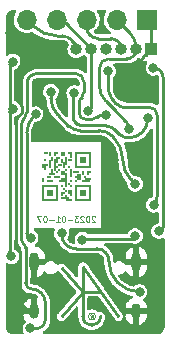
<source format=gbr>
%TF.GenerationSoftware,KiCad,Pcbnew,(6.0.10-0)*%
%TF.CreationDate,2023-01-07T15:17:09+00:00*%
%TF.ProjectId,Shelly,5368656c-6c79-42e6-9b69-6361645f7063,4*%
%TF.SameCoordinates,Original*%
%TF.FileFunction,Copper,L2,Bot*%
%TF.FilePolarity,Positive*%
%FSLAX46Y46*%
G04 Gerber Fmt 4.6, Leading zero omitted, Abs format (unit mm)*
G04 Created by KiCad (PCBNEW (6.0.10-0)) date 2023-01-07 15:17:09*
%MOMM*%
%LPD*%
G01*
G04 APERTURE LIST*
%ADD10C,0.100000*%
%TA.AperFunction,NonConductor*%
%ADD11C,0.100000*%
%TD*%
%TA.AperFunction,EtchedComponent*%
%ADD12C,0.250000*%
%TD*%
%TA.AperFunction,EtchedComponent*%
%ADD13C,0.080000*%
%TD*%
%TA.AperFunction,ComponentPad*%
%ADD14R,1.700000X1.700000*%
%TD*%
%TA.AperFunction,ComponentPad*%
%ADD15O,1.700000X1.700000*%
%TD*%
%TA.AperFunction,ComponentPad*%
%ADD16O,0.800000X1.600000*%
%TD*%
%TA.AperFunction,ComponentPad*%
%ADD17O,0.800000X1.300000*%
%TD*%
%TA.AperFunction,ComponentPad*%
%ADD18R,1.000000X1.000000*%
%TD*%
%TA.AperFunction,ComponentPad*%
%ADD19O,1.000000X1.000000*%
%TD*%
%TA.AperFunction,SMDPad,CuDef*%
%ADD20R,1.400000X0.200000*%
%TD*%
%TA.AperFunction,SMDPad,CuDef*%
%ADD21R,0.400000X0.200000*%
%TD*%
%TA.AperFunction,SMDPad,CuDef*%
%ADD22R,0.200000X0.200000*%
%TD*%
%TA.AperFunction,SMDPad,CuDef*%
%ADD23R,0.200000X0.400000*%
%TD*%
%TA.AperFunction,SMDPad,CuDef*%
%ADD24R,1.000000X0.200000*%
%TD*%
%TA.AperFunction,SMDPad,CuDef*%
%ADD25R,0.200000X0.600000*%
%TD*%
%TA.AperFunction,SMDPad,CuDef*%
%ADD26R,0.200000X1.200000*%
%TD*%
%TA.AperFunction,SMDPad,CuDef*%
%ADD27R,0.800000X0.200000*%
%TD*%
%TA.AperFunction,SMDPad,CuDef*%
%ADD28R,0.200000X1.000000*%
%TD*%
%TA.AperFunction,SMDPad,CuDef*%
%ADD29R,0.600000X0.200000*%
%TD*%
%TA.AperFunction,SMDPad,CuDef*%
%ADD30R,0.400000X0.400000*%
%TD*%
%TA.AperFunction,SMDPad,CuDef*%
%ADD31R,0.600000X0.600000*%
%TD*%
%TA.AperFunction,SMDPad,CuDef*%
%ADD32R,0.200000X0.800000*%
%TD*%
%TA.AperFunction,SMDPad,CuDef*%
%ADD33R,0.400000X0.600000*%
%TD*%
%TA.AperFunction,ViaPad*%
%ADD34C,0.800000*%
%TD*%
%TA.AperFunction,Conductor*%
%ADD35C,0.250000*%
%TD*%
G04 APERTURE END LIST*
D10*
%TO.C,Art2*%
D11*
X177828571Y-72773809D02*
X177804761Y-72750000D01*
X177757142Y-72726190D01*
X177638095Y-72726190D01*
X177590476Y-72750000D01*
X177566666Y-72773809D01*
X177542857Y-72821428D01*
X177542857Y-72869047D01*
X177566666Y-72940476D01*
X177852380Y-73226190D01*
X177542857Y-73226190D01*
X177233333Y-72726190D02*
X177185714Y-72726190D01*
X177138095Y-72750000D01*
X177114285Y-72773809D01*
X177090476Y-72821428D01*
X177066666Y-72916666D01*
X177066666Y-73035714D01*
X177090476Y-73130952D01*
X177114285Y-73178571D01*
X177138095Y-73202380D01*
X177185714Y-73226190D01*
X177233333Y-73226190D01*
X177280952Y-73202380D01*
X177304761Y-73178571D01*
X177328571Y-73130952D01*
X177352380Y-73035714D01*
X177352380Y-72916666D01*
X177328571Y-72821428D01*
X177304761Y-72773809D01*
X177280952Y-72750000D01*
X177233333Y-72726190D01*
X176876190Y-72773809D02*
X176852380Y-72750000D01*
X176804761Y-72726190D01*
X176685714Y-72726190D01*
X176638095Y-72750000D01*
X176614285Y-72773809D01*
X176590476Y-72821428D01*
X176590476Y-72869047D01*
X176614285Y-72940476D01*
X176900000Y-73226190D01*
X176590476Y-73226190D01*
X176423809Y-72726190D02*
X176114285Y-72726190D01*
X176280952Y-72916666D01*
X176209523Y-72916666D01*
X176161904Y-72940476D01*
X176138095Y-72964285D01*
X176114285Y-73011904D01*
X176114285Y-73130952D01*
X176138095Y-73178571D01*
X176161904Y-73202380D01*
X176209523Y-73226190D01*
X176352380Y-73226190D01*
X176400000Y-73202380D01*
X176423809Y-73178571D01*
X175900000Y-73035714D02*
X175519047Y-73035714D01*
X175185714Y-72726190D02*
X175138095Y-72726190D01*
X175090476Y-72750000D01*
X175066666Y-72773809D01*
X175042857Y-72821428D01*
X175019047Y-72916666D01*
X175019047Y-73035714D01*
X175042857Y-73130952D01*
X175066666Y-73178571D01*
X175090476Y-73202380D01*
X175138095Y-73226190D01*
X175185714Y-73226190D01*
X175233333Y-73202380D01*
X175257142Y-73178571D01*
X175280952Y-73130952D01*
X175304761Y-73035714D01*
X175304761Y-72916666D01*
X175280952Y-72821428D01*
X175257142Y-72773809D01*
X175233333Y-72750000D01*
X175185714Y-72726190D01*
X174542857Y-73226190D02*
X174828571Y-73226190D01*
X174685714Y-73226190D02*
X174685714Y-72726190D01*
X174733333Y-72797619D01*
X174780952Y-72845238D01*
X174828571Y-72869047D01*
X174328571Y-73035714D02*
X173947619Y-73035714D01*
X173614285Y-72726190D02*
X173566666Y-72726190D01*
X173519047Y-72750000D01*
X173495238Y-72773809D01*
X173471428Y-72821428D01*
X173447619Y-72916666D01*
X173447619Y-73035714D01*
X173471428Y-73130952D01*
X173495238Y-73178571D01*
X173519047Y-73202380D01*
X173566666Y-73226190D01*
X173614285Y-73226190D01*
X173661904Y-73202380D01*
X173685714Y-73178571D01*
X173709523Y-73130952D01*
X173733333Y-73035714D01*
X173733333Y-72916666D01*
X173709523Y-72821428D01*
X173685714Y-72773809D01*
X173661904Y-72750000D01*
X173614285Y-72726190D01*
X173280952Y-72726190D02*
X172947619Y-72726190D01*
X173161904Y-73226190D01*
D12*
%TO.C,Art1*%
X176800000Y-79125000D02*
X178300000Y-79125000D01*
X176800000Y-79125000D02*
X175000000Y-81225000D01*
D13*
X177650000Y-81075000D02*
X177550000Y-81075000D01*
D12*
X176800000Y-77025000D02*
X179800000Y-81225000D01*
D13*
X177550000Y-81235000D02*
X177450000Y-81375000D01*
X177650000Y-81235000D02*
X177550000Y-81235000D01*
D12*
X176800000Y-77025000D02*
X176800000Y-81225000D01*
D13*
X177650000Y-81075000D02*
X177650000Y-81375000D01*
D12*
X175000000Y-77125000D02*
X176800000Y-79125000D01*
D13*
X177550000Y-81075000D02*
G75*
G03*
X177550000Y-81235000I0J-80000D01*
G01*
D12*
X176800000Y-81225000D02*
G75*
G03*
X178300000Y-81225000I750000J0D01*
G01*
D13*
X177870000Y-81235000D02*
G75*
G03*
X177870000Y-81235000I-300000J0D01*
G01*
%TD*%
D14*
%TO.P,J1,1,Pin_1*%
%TO.N,GND*%
X182200000Y-56100000D03*
D15*
%TO.P,J1,2,Pin_2*%
%TO.N,GPIO0*%
X179660000Y-56100000D03*
%TO.P,J1,3,Pin_3*%
%TO.N,Net-(J1-Pad3)*%
X177120000Y-56100000D03*
%TO.P,J1,4,Pin_4*%
%TO.N,RXD*%
X174580000Y-56100000D03*
%TO.P,J1,5,Pin_5*%
%TO.N,TXD*%
X172040000Y-56100000D03*
%TD*%
D16*
%TO.P,J3,S1,SHIELD*%
%TO.N,GND*%
X172680000Y-76620000D03*
D17*
X181320000Y-80810000D03*
D16*
X181320000Y-76620000D03*
D17*
X172680000Y-80810000D03*
%TD*%
D18*
%TO.P,J2,1,Pin_1*%
%TO.N,GND*%
X182600000Y-58600000D03*
D19*
%TO.P,J2,2,Pin_2*%
%TO.N,GPIO0*%
X181330000Y-58600000D03*
%TO.P,J2,3,Pin_3*%
%TO.N,Net-(J1-Pad3)*%
X180060000Y-58600000D03*
%TO.P,J2,4,Pin_4*%
%TO.N,+3V3*%
X178790000Y-58600000D03*
%TO.P,J2,5,Pin_5*%
%TO.N,RXD*%
X177520000Y-58600000D03*
%TO.P,J2,6,Pin_6*%
%TO.N,TXD*%
X176250000Y-58600000D03*
%TD*%
D20*
%TO.P,Art2,*%
%TO.N,*%
X176800000Y-71400000D03*
D21*
X174900000Y-68400000D03*
D22*
X175800000Y-69800000D03*
X177400000Y-69000000D03*
X175400000Y-71000000D03*
D23*
X174400000Y-67500000D03*
D20*
X174000000Y-71400000D03*
D24*
X176800000Y-70200000D03*
D25*
X175800000Y-67600000D03*
D22*
X175600000Y-70000000D03*
X173600000Y-68000000D03*
D21*
X175700000Y-68000000D03*
D22*
X174600000Y-69000000D03*
X175000000Y-70200000D03*
D26*
X173400000Y-70700000D03*
D23*
X176800000Y-69100000D03*
D22*
X175600000Y-67400000D03*
D27*
X177100000Y-69800000D03*
D28*
X174400000Y-68400000D03*
D27*
X175300000Y-71200000D03*
D21*
X175100000Y-69600000D03*
D22*
X176200000Y-69400000D03*
D29*
X177200000Y-69600000D03*
D23*
X175000000Y-68100000D03*
D22*
X174800000Y-67800000D03*
D29*
X174200000Y-69200000D03*
D25*
X175800000Y-70800000D03*
D29*
X174600000Y-69400000D03*
X176200000Y-69000000D03*
D26*
X177400000Y-70700000D03*
D22*
X173800000Y-68400000D03*
D30*
X175100000Y-69100000D03*
D22*
X175200000Y-70800000D03*
D31*
X176800000Y-70800000D03*
D23*
X175600000Y-70700000D03*
D22*
X174600000Y-68600000D03*
D32*
X175400000Y-68100000D03*
D22*
X175600000Y-68600000D03*
D33*
X176500000Y-69400000D03*
D23*
X174000000Y-67500000D03*
D25*
X174600000Y-68000000D03*
D32*
X175800000Y-69100000D03*
D29*
X175600000Y-71400000D03*
D30*
X175100000Y-67500000D03*
D22*
X176200000Y-69800000D03*
X174600000Y-67400000D03*
D20*
X176800000Y-68600000D03*
D25*
X175200000Y-68400000D03*
D21*
X173900000Y-69400000D03*
D31*
X176800000Y-68000000D03*
D25*
X173600000Y-68600000D03*
D29*
X174000000Y-69800000D03*
D23*
X174200000Y-67900000D03*
D26*
X177400000Y-67900000D03*
X176200000Y-67900000D03*
D22*
X175400000Y-68800000D03*
D31*
X174000000Y-70800000D03*
D22*
X175400000Y-70600000D03*
X177000000Y-69400000D03*
X175800000Y-70200000D03*
D24*
X176800000Y-67400000D03*
D26*
X176200000Y-70700000D03*
D23*
X175000000Y-70900000D03*
D22*
X174800000Y-68800000D03*
D32*
X174000000Y-68300000D03*
D29*
X175000000Y-69800000D03*
D26*
X174600000Y-70700000D03*
X175400000Y-69700000D03*
D23*
X173400000Y-68500000D03*
D21*
X173700000Y-67400000D03*
D24*
X174000000Y-70200000D03*
D23*
X173400000Y-69700000D03*
X174200000Y-68900000D03*
X177200000Y-69100000D03*
D22*
X175200000Y-70400000D03*
%TD*%
D34*
%TO.N,GND*%
X181275498Y-66775500D03*
X180700000Y-62500000D03*
X179632974Y-72298800D03*
X170650000Y-57200000D03*
X178400000Y-56900000D03*
X183300000Y-75600000D03*
X174051693Y-64577922D03*
X175192248Y-58230015D03*
X174950000Y-63100000D03*
X173710000Y-74310000D03*
X179600000Y-69524500D03*
%TO.N,VBUS*%
X172384900Y-74565696D03*
X172800000Y-64100001D03*
%TO.N,RXD*%
X177264422Y-63826967D03*
%TO.N,+3V3*%
X170875146Y-63646916D03*
X170750000Y-76150000D03*
X170858173Y-59658942D03*
%TO.N,GPIO0*%
X180687701Y-65337701D03*
%TO.N,RST*%
X181222248Y-70001935D03*
X174100000Y-62200000D03*
%TO.N,D-*%
X182793105Y-71786211D03*
X178950592Y-60474008D03*
%TO.N,D+*%
X182775500Y-60184188D03*
X183250000Y-74000000D03*
%TO.N,Net-(C1-Pad1)*%
X176067108Y-62308294D03*
X182300000Y-64400000D03*
%TO.N,Net-(D3-Pad1)*%
X178787724Y-64200000D03*
X172350000Y-82250000D03*
%TO.N,Net-(J3-PadA6)*%
X176757146Y-74724500D03*
X181222137Y-74420989D03*
%TO.N,Net-(J3-PadA5)*%
X181600000Y-79150000D03*
X175000000Y-74200000D03*
%TD*%
D35*
%TO.N,GND*%
X171610414Y-63384473D02*
X171610414Y-63384440D01*
X171500000Y-79630000D02*
X171500000Y-75762132D01*
X171222550Y-64372550D02*
X171610422Y-63984679D01*
X171610422Y-63384481D02*
X171610414Y-63384473D01*
X171148401Y-74913297D02*
X171148401Y-74801599D01*
X175192248Y-58407752D02*
X175192248Y-58230015D01*
X171599646Y-60830354D02*
X173530000Y-58900000D01*
X174700000Y-58900000D02*
X175192248Y-58407752D01*
X178075736Y-66100000D02*
X175573771Y-66100000D01*
X173530000Y-58900000D02*
X174700000Y-58900000D01*
X179600000Y-69524500D02*
X179597747Y-69522247D01*
X182114214Y-59085787D02*
X182600000Y-58600000D01*
X171610414Y-63384440D02*
X171599646Y-63373672D01*
X178947201Y-66547201D02*
X178800000Y-66400000D01*
X182600000Y-58600000D02*
X182600000Y-57065685D01*
X171148401Y-74801599D02*
X171148401Y-64446699D01*
X175573771Y-66100000D02*
X174051693Y-64577922D01*
X171610422Y-63984679D02*
X171610422Y-63384481D01*
X179597747Y-69522247D02*
X179597747Y-67977261D01*
X171599646Y-63373672D02*
X171599646Y-60830354D01*
X182199996Y-56100004D02*
G75*
G02*
X182600000Y-57065685I-965696J-965696D01*
G01*
X171350009Y-75399991D02*
G75*
G02*
X171500000Y-75762132I-362109J-362109D01*
G01*
X171148403Y-74913297D02*
G75*
G03*
X171350001Y-75399999I688297J-3D01*
G01*
X171500000Y-79630000D02*
G75*
G03*
X172680000Y-80810000I1180000J0D01*
G01*
X171222550Y-64372501D02*
G75*
G03*
X171148401Y-64446699I50J-74199D01*
G01*
X178075736Y-66099986D02*
G75*
G02*
X178799999Y-66400001I-36J-1024314D01*
G01*
X182114219Y-59085792D02*
G75*
G03*
X180700000Y-62500000I3414181J-3414208D01*
G01*
X178947195Y-66547207D02*
G75*
G02*
X179597747Y-67977261I-1592595J-1587493D01*
G01*
%TO.N,VBUS*%
X172384900Y-74565696D02*
X172265696Y-74565696D01*
X172663111Y-64236891D02*
X172800000Y-64100001D01*
X172055000Y-65705000D02*
X172055000Y-74235796D01*
X172384900Y-74565700D02*
G75*
G02*
X172055000Y-74235796I0J329900D01*
G01*
X172100004Y-74400000D02*
G75*
G03*
X172265696Y-74565696I165696J0D01*
G01*
X172663115Y-64236895D02*
G75*
G03*
X172055000Y-65705000I1468085J-1468105D01*
G01*
%TO.N,RXD*%
X175331127Y-56411127D02*
X177520000Y-58600000D01*
X177520000Y-63571389D02*
X177264422Y-63826967D01*
X177520000Y-58600000D02*
X177520000Y-63571389D01*
X175331137Y-56411117D02*
G75*
G03*
X174580000Y-56100000I-751137J-751183D01*
G01*
%TO.N,+3V3*%
X170599500Y-64099500D02*
X170599500Y-63971001D01*
X170808805Y-63713257D02*
X170875146Y-63646916D01*
X170599500Y-65450500D02*
X170599500Y-74850500D01*
X170599500Y-63340020D02*
X170599500Y-64099500D01*
X170599500Y-59917615D02*
X170599500Y-63340020D01*
X170599500Y-65450500D02*
X170599500Y-63922562D01*
X170599500Y-74850500D02*
X170599500Y-75786661D01*
X170754590Y-63713257D02*
X170808805Y-63713257D01*
X170599542Y-59917615D02*
G75*
G02*
X170858173Y-59658942I258658J15D01*
G01*
X170754582Y-63713243D02*
G75*
G03*
X170599500Y-63971001I141318J-260557D01*
G01*
X170875146Y-63647000D02*
G75*
G03*
X170599500Y-63922562I-46J-275600D01*
G01*
X170749989Y-76150011D02*
G75*
G02*
X170599500Y-75786661I363311J363311D01*
G01*
%TO.N,GPIO0*%
X178730330Y-62980330D02*
X179425000Y-63675000D01*
X181330000Y-58600000D02*
X181330000Y-58547817D01*
X179660000Y-56100000D02*
X180780000Y-57220000D01*
X179425000Y-63675000D02*
X180404858Y-64654858D01*
X180505489Y-59424511D02*
X178975489Y-59424511D01*
X178200000Y-60200000D02*
X178200000Y-61700000D01*
X178200011Y-60200000D02*
G75*
G02*
X178975489Y-59424511I775489J0D01*
G01*
X180687695Y-65337701D02*
G75*
G03*
X180404857Y-64654859I-965695J1D01*
G01*
X180780005Y-57219995D02*
G75*
G02*
X181330000Y-58547817I-1327805J-1327805D01*
G01*
X178730322Y-62980338D02*
G75*
G02*
X178200000Y-61700000I1280378J1280338D01*
G01*
X180505489Y-59424500D02*
G75*
G03*
X181330000Y-58600000I11J824500D01*
G01*
%TO.N,TXD*%
X172040000Y-56100000D02*
X172559900Y-56619900D01*
X175812300Y-57787700D02*
X175985118Y-57960518D01*
X174625499Y-57475499D02*
X175058581Y-57475499D01*
X176249989Y-58600000D02*
G75*
G03*
X175985118Y-57960518I-904389J0D01*
G01*
X174625499Y-57475499D02*
G75*
G02*
X172559900Y-56619900I1J2921199D01*
G01*
X175812306Y-57787694D02*
G75*
G03*
X175058581Y-57475499I-753706J-753706D01*
G01*
%TO.N,RST*%
X174100000Y-62200000D02*
X174100000Y-62782717D01*
X174676204Y-64173796D02*
X175579846Y-65077438D01*
X176600000Y-65500000D02*
X178142894Y-65500000D01*
X180855916Y-69635604D02*
X181222248Y-70001935D01*
X179350002Y-65999998D02*
G75*
G03*
X178142894Y-65500000I-1207102J-1207102D01*
G01*
X174676209Y-64173791D02*
G75*
G02*
X174100000Y-62782717I1391091J1391091D01*
G01*
X180855915Y-69635605D02*
G75*
G02*
X180200000Y-68052081I1583485J1583505D01*
G01*
X176600000Y-65500004D02*
G75*
G02*
X175579846Y-65077438I0J1442704D01*
G01*
X180200007Y-68052081D02*
G75*
G03*
X179350000Y-66000000I-2902107J-19D01*
G01*
%TO.N,D-*%
X179712919Y-63266584D02*
X179509536Y-63118818D01*
X183100000Y-70800000D02*
X183100000Y-64200000D01*
X178992192Y-62274589D02*
X178952865Y-62026289D01*
X178952865Y-62026289D02*
X178950592Y-61900592D01*
X179509536Y-63118818D02*
X179331774Y-62941056D01*
X179184008Y-62737673D02*
X179069877Y-62513679D01*
X180176003Y-63458400D02*
X179936913Y-63380715D01*
X183100000Y-70800000D02*
X183100000Y-71045301D01*
X178950592Y-61900592D02*
X178950592Y-60474008D01*
X179331774Y-62941056D02*
X179184008Y-62737673D01*
X180424303Y-63497727D02*
X180176003Y-63458400D01*
X179069877Y-62513679D02*
X178992192Y-62274589D01*
X179936913Y-63380715D02*
X179712919Y-63266584D01*
X180550000Y-63500000D02*
X180424303Y-63497727D01*
X182400000Y-63500000D02*
X180550000Y-63500000D01*
X182400000Y-63500000D02*
G75*
G02*
X183100000Y-64200000I0J-700000D01*
G01*
X182793103Y-71786209D02*
G75*
G03*
X183100000Y-71045301I-740903J740909D01*
G01*
%TO.N,D+*%
X183600000Y-61000000D02*
X183600000Y-73650000D01*
X182775500Y-60184188D02*
X182784188Y-60184188D01*
X183600012Y-61000000D02*
G75*
G03*
X182784188Y-60184188I-815812J0D01*
G01*
X183250000Y-74000000D02*
G75*
G03*
X183600000Y-73650000I0J350000D01*
G01*
%TO.N,Net-(C1-Pad1)*%
X176158542Y-64802272D02*
X176278966Y-64898307D01*
X176417740Y-64965136D02*
X176567905Y-64999411D01*
X176045674Y-62307810D02*
X176006069Y-62324215D01*
X178345657Y-65003058D02*
X178626879Y-65040082D01*
X175959836Y-64315895D02*
X175961403Y-64392909D01*
X182300000Y-64400000D02*
X182300000Y-64500000D01*
X178626879Y-65040082D02*
X178900862Y-65113495D01*
X179699481Y-65600519D02*
X179892959Y-65793997D01*
X179633599Y-65536541D02*
X179699481Y-65600519D01*
X176644919Y-65000978D02*
X178203833Y-65000978D01*
X175975757Y-62354527D02*
X175959352Y-62394132D01*
X179408566Y-65363867D02*
X179633599Y-65536541D01*
X176006069Y-62324215D02*
X175975757Y-62354527D01*
X179162919Y-65222042D02*
X179408566Y-65363867D01*
X175961403Y-64392909D02*
X175995678Y-64543074D01*
X176062507Y-64681848D02*
X176158542Y-64802272D01*
X175959836Y-62415566D02*
X175959836Y-64315895D01*
X175995678Y-64543074D02*
X176062507Y-64681848D01*
X176567905Y-64999411D02*
X176644919Y-65000978D01*
X176278966Y-64898307D02*
X176417740Y-64965136D01*
X178203833Y-65000978D02*
X178345657Y-65003058D01*
X175959352Y-62394132D02*
X175959836Y-62415566D01*
X178900862Y-65113495D02*
X179162919Y-65222042D01*
X176067108Y-62308294D02*
X176045674Y-62307810D01*
X180680000Y-66120000D02*
G75*
G03*
X182300000Y-64500000I0J1620000D01*
G01*
X180680000Y-66119983D02*
G75*
G02*
X179892959Y-65793997I0J1113083D01*
G01*
%TO.N,Net-(J1-Pad3)*%
X177120000Y-56100000D02*
X177120000Y-56720000D01*
X178100000Y-57700000D02*
X179160000Y-57700000D01*
X180060000Y-58600000D02*
G75*
G03*
X179160000Y-57700000I-900000J0D01*
G01*
X178100000Y-57700000D02*
G75*
G02*
X177120000Y-56720000I0J980000D01*
G01*
%TO.N,Net-(D3-Pad1)*%
X178341421Y-64200000D02*
X178787724Y-64200000D01*
X172930000Y-60660000D02*
X176160000Y-60660000D01*
X176471651Y-63145217D02*
X176471651Y-63974585D01*
X178058590Y-64341410D02*
X178100000Y-64300000D01*
X171950000Y-78400000D02*
X171950000Y-75391421D01*
X172350000Y-82250000D02*
X172950000Y-82250000D01*
X176900000Y-61400000D02*
X176900000Y-62200000D01*
X171605489Y-74705489D02*
X171605489Y-65040301D01*
X173629511Y-81570489D02*
X173629511Y-80079511D01*
X176687868Y-62712132D02*
X176625000Y-62775000D01*
X172075499Y-63905598D02*
X172075499Y-61514501D01*
X171850000Y-75150000D02*
X171746911Y-75046911D01*
X177048533Y-64551467D02*
X177551467Y-64551467D01*
X171850006Y-75149994D02*
G75*
G02*
X171950000Y-75391421I-241406J-241406D01*
G01*
X178058604Y-64341424D02*
G75*
G02*
X177551467Y-64551467I-507104J507124D01*
G01*
X178341421Y-64200009D02*
G75*
G03*
X178100000Y-64300000I-21J-341391D01*
G01*
X172450000Y-78899989D02*
G75*
G02*
X173629511Y-80079511I0J-1179511D01*
G01*
X173629500Y-81570489D02*
G75*
G02*
X172950000Y-82250000I-679500J-11D01*
G01*
X172930000Y-60659999D02*
G75*
G03*
X172075499Y-61514501I0J-854501D01*
G01*
X176687875Y-62712139D02*
G75*
G03*
X176900000Y-62200000I-512175J512139D01*
G01*
X176471659Y-63145217D02*
G75*
G02*
X176625001Y-62775001I523541J17D01*
G01*
X176900000Y-61400000D02*
G75*
G03*
X176160000Y-60660000I-740000J0D01*
G01*
X171849999Y-64449999D02*
G75*
G03*
X171605489Y-65040301I590301J-590301D01*
G01*
X172075497Y-63905598D02*
G75*
G02*
X171849999Y-64449999I-769897J-2D01*
G01*
X177048533Y-64551449D02*
G75*
G02*
X176471651Y-63974585I-33J576849D01*
G01*
X171605488Y-74705489D02*
G75*
G03*
X171746911Y-75046911I482812J-11D01*
G01*
X171950000Y-78400000D02*
G75*
G03*
X172450000Y-78900000I500000J0D01*
G01*
%TO.N,Net-(J3-PadA6)*%
X176831646Y-74650000D02*
X181029306Y-74650000D01*
X181185427Y-74457699D02*
X181222137Y-74420989D01*
X181185427Y-74570007D02*
X181185427Y-74457699D01*
X176757146Y-74724500D02*
X176831646Y-74650000D01*
X181193390Y-74541918D02*
X181193390Y-74449736D01*
X181193398Y-74541924D02*
G75*
G02*
X181079306Y-74600000I-117398J89524D01*
G01*
X181185437Y-74570014D02*
G75*
G02*
X181029306Y-74650000I-160037J120014D01*
G01*
%TO.N,Net-(J3-PadA5)*%
X179000000Y-76500000D02*
X179000000Y-76550000D01*
X175000000Y-74200000D02*
X175000000Y-74300000D01*
X176200000Y-75500000D02*
X178000000Y-75500000D01*
X176200000Y-75500000D02*
G75*
G02*
X175000000Y-74300000I0J1200000D01*
G01*
X179000000Y-76500000D02*
G75*
G03*
X178000000Y-75500000I-1000000J0D01*
G01*
X181600000Y-79150000D02*
G75*
G02*
X179000000Y-76550000I0J2600000D01*
G01*
%TD*%
%TA.AperFunction,Conductor*%
%TO.N,GND*%
G36*
X171520299Y-76414266D02*
G01*
X171562682Y-76471223D01*
X171570500Y-76514916D01*
X171570500Y-78360212D01*
X171568949Y-78379922D01*
X171565769Y-78400000D01*
X171567025Y-78407930D01*
X171567320Y-78410925D01*
X171567320Y-78411088D01*
X171567389Y-78411628D01*
X171583225Y-78572412D01*
X171633516Y-78738199D01*
X171636432Y-78743654D01*
X171636433Y-78743657D01*
X171687015Y-78838288D01*
X171715184Y-78890989D01*
X171825090Y-79024910D01*
X171829875Y-79028837D01*
X171932260Y-79112862D01*
X171959011Y-79134816D01*
X171964474Y-79137736D01*
X172106343Y-79213567D01*
X172106346Y-79213568D01*
X172111801Y-79216484D01*
X172277588Y-79266775D01*
X172438372Y-79282611D01*
X172438912Y-79282680D01*
X172439075Y-79282680D01*
X172442070Y-79282975D01*
X172450000Y-79284231D01*
X172459792Y-79282680D01*
X172469711Y-79282680D01*
X172469711Y-79283329D01*
X172484554Y-79282892D01*
X172520976Y-79286479D01*
X172593726Y-79293645D01*
X172617946Y-79298462D01*
X172744286Y-79336787D01*
X172767091Y-79346233D01*
X172883521Y-79408467D01*
X172904058Y-79422190D01*
X172965975Y-79473004D01*
X173005943Y-79531681D01*
X173007844Y-79602652D01*
X172971073Y-79663384D01*
X172962028Y-79670912D01*
X172938273Y-79688871D01*
X172934000Y-79700497D01*
X172934000Y-80938000D01*
X172913998Y-81006121D01*
X172860342Y-81052614D01*
X172808000Y-81064000D01*
X171790115Y-81064000D01*
X171774876Y-81068475D01*
X171773671Y-81069865D01*
X171772000Y-81077548D01*
X171772000Y-81104302D01*
X171772344Y-81110862D01*
X171786259Y-81243261D01*
X171788989Y-81256102D01*
X171843889Y-81425066D01*
X171849235Y-81437074D01*
X171941366Y-81596649D01*
X171939850Y-81597524D01*
X171960810Y-81656264D01*
X171944732Y-81725416D01*
X171917846Y-81758408D01*
X171865766Y-81803841D01*
X171865762Y-81803846D01*
X171860039Y-81808838D01*
X171768950Y-81938444D01*
X171711406Y-82086037D01*
X171710414Y-82093570D01*
X171710414Y-82093571D01*
X171695493Y-82206913D01*
X171690729Y-82243096D01*
X171695956Y-82290438D01*
X171706378Y-82384835D01*
X171708113Y-82400553D01*
X171710723Y-82407684D01*
X171710723Y-82407686D01*
X171754440Y-82527148D01*
X171762553Y-82549319D01*
X171766791Y-82555625D01*
X171770190Y-82562297D01*
X171783294Y-82632074D01*
X171756594Y-82697859D01*
X171698566Y-82738765D01*
X171657923Y-82745500D01*
X171037476Y-82745500D01*
X171012897Y-82743079D01*
X171000000Y-82740514D01*
X170987830Y-82742935D01*
X170980144Y-82742935D01*
X170967793Y-82742328D01*
X170866908Y-82732391D01*
X170842691Y-82727575D01*
X170726574Y-82692351D01*
X170703774Y-82682907D01*
X170596761Y-82625708D01*
X170576230Y-82611989D01*
X170482444Y-82535019D01*
X170464981Y-82517556D01*
X170388011Y-82423770D01*
X170374292Y-82403239D01*
X170317093Y-82296226D01*
X170307649Y-82273426D01*
X170272425Y-82157309D01*
X170267609Y-82133092D01*
X170257672Y-82032207D01*
X170257065Y-82019856D01*
X170257065Y-82012170D01*
X170259486Y-82000000D01*
X170256921Y-81987103D01*
X170254500Y-81962524D01*
X170254500Y-80537885D01*
X171772000Y-80537885D01*
X171776475Y-80553124D01*
X171777865Y-80554329D01*
X171785548Y-80556000D01*
X172407885Y-80556000D01*
X172423124Y-80551525D01*
X172424329Y-80550135D01*
X172426000Y-80542452D01*
X172426000Y-79703818D01*
X172422027Y-79690287D01*
X172411532Y-79688778D01*
X172404325Y-79690310D01*
X172391839Y-79694367D01*
X172229529Y-79766632D01*
X172218157Y-79773198D01*
X172074426Y-79877624D01*
X172064663Y-79886415D01*
X171945786Y-80018442D01*
X171938062Y-80029073D01*
X171849235Y-80182926D01*
X171843889Y-80194934D01*
X171788989Y-80363898D01*
X171786259Y-80376739D01*
X171772344Y-80509138D01*
X171772000Y-80515698D01*
X171772000Y-80537885D01*
X170254500Y-80537885D01*
X170254500Y-76837539D01*
X170274502Y-76769418D01*
X170328158Y-76722925D01*
X170398432Y-76712821D01*
X170440618Y-76726806D01*
X170507293Y-76763008D01*
X170660522Y-76803207D01*
X170744477Y-76804526D01*
X170811319Y-76805576D01*
X170811322Y-76805576D01*
X170818916Y-76805695D01*
X170973332Y-76770329D01*
X171063201Y-76725130D01*
X171108072Y-76702563D01*
X171108075Y-76702561D01*
X171114855Y-76699151D01*
X171120626Y-76694222D01*
X171120629Y-76694220D01*
X171229536Y-76601204D01*
X171229536Y-76601203D01*
X171235314Y-76596269D01*
X171314405Y-76486202D01*
X171323323Y-76473792D01*
X171323324Y-76473791D01*
X171327755Y-76467624D01*
X171330587Y-76460579D01*
X171334087Y-76454213D01*
X171384433Y-76404155D01*
X171453850Y-76389263D01*
X171520299Y-76414266D01*
G37*
%TD.AperFunction*%
%TA.AperFunction,Conductor*%
G36*
X176139923Y-61041051D02*
G01*
X176150206Y-61042680D01*
X176150207Y-61042680D01*
X176160000Y-61044231D01*
X176169795Y-61042679D01*
X176175887Y-61042679D01*
X176192334Y-61043757D01*
X176232922Y-61049101D01*
X176236860Y-61049619D01*
X176268630Y-61058132D01*
X176324924Y-61081450D01*
X176353409Y-61097896D01*
X176401751Y-61134990D01*
X176425010Y-61158249D01*
X176462104Y-61206591D01*
X176478550Y-61235076D01*
X176501868Y-61291370D01*
X176510381Y-61323140D01*
X176516243Y-61367660D01*
X176517321Y-61384113D01*
X176517321Y-61390205D01*
X176515769Y-61400000D01*
X176517320Y-61409793D01*
X176517320Y-61409794D01*
X176518949Y-61420077D01*
X176520500Y-61439788D01*
X176520500Y-61598451D01*
X176500498Y-61666572D01*
X176446842Y-61713065D01*
X176376568Y-61723169D01*
X176335542Y-61709806D01*
X176310094Y-61696332D01*
X176310095Y-61696332D01*
X176303382Y-61692778D01*
X176149741Y-61654186D01*
X176142142Y-61654146D01*
X176142141Y-61654146D01*
X176076289Y-61653801D01*
X175991329Y-61653356D01*
X175983949Y-61655128D01*
X175983947Y-61655128D01*
X175844671Y-61688565D01*
X175844668Y-61688566D01*
X175837292Y-61690337D01*
X175696522Y-61762994D01*
X175577147Y-61867132D01*
X175486058Y-61996738D01*
X175428514Y-62144331D01*
X175427522Y-62151864D01*
X175427522Y-62151865D01*
X175410203Y-62283420D01*
X175407837Y-62301390D01*
X175425221Y-62458847D01*
X175427831Y-62465978D01*
X175427831Y-62465980D01*
X175454469Y-62538771D01*
X175479661Y-62607613D01*
X175483897Y-62613916D01*
X175483897Y-62613917D01*
X175558918Y-62725560D01*
X175580336Y-62795836D01*
X175580336Y-64237044D01*
X175560334Y-64305165D01*
X175506678Y-64351658D01*
X175436404Y-64361762D01*
X175371824Y-64332268D01*
X175365241Y-64326139D01*
X174972685Y-63933583D01*
X174959844Y-63918549D01*
X174953723Y-63910124D01*
X174953722Y-63910123D01*
X174947896Y-63902104D01*
X174939877Y-63896278D01*
X174935351Y-63891752D01*
X174921337Y-63878967D01*
X174813058Y-63755498D01*
X174803025Y-63742423D01*
X174696817Y-63583473D01*
X174688576Y-63569200D01*
X174604019Y-63397736D01*
X174597712Y-63382510D01*
X174593430Y-63369896D01*
X174536259Y-63201480D01*
X174531994Y-63185563D01*
X174494696Y-62998058D01*
X174492545Y-62981718D01*
X174481806Y-62817890D01*
X174482680Y-62798820D01*
X174482680Y-62792507D01*
X174482849Y-62791438D01*
X174483050Y-62790755D01*
X174483087Y-62789940D01*
X174484231Y-62782716D01*
X174485358Y-62782894D01*
X174502682Y-62723893D01*
X174526849Y-62696203D01*
X174579536Y-62651204D01*
X174585314Y-62646269D01*
X174677755Y-62517624D01*
X174736842Y-62370641D01*
X174759162Y-62213807D01*
X174759307Y-62200000D01*
X174740276Y-62042733D01*
X174684280Y-61894546D01*
X174594553Y-61763992D01*
X174476275Y-61658611D01*
X174468889Y-61654700D01*
X174342988Y-61588039D01*
X174342989Y-61588039D01*
X174336274Y-61584484D01*
X174182633Y-61545892D01*
X174175034Y-61545852D01*
X174175033Y-61545852D01*
X174109181Y-61545507D01*
X174024221Y-61545062D01*
X174016841Y-61546834D01*
X174016839Y-61546834D01*
X173877563Y-61580271D01*
X173877560Y-61580272D01*
X173870184Y-61582043D01*
X173729414Y-61654700D01*
X173610039Y-61758838D01*
X173518950Y-61888444D01*
X173515550Y-61897165D01*
X173473968Y-62003818D01*
X173461406Y-62036037D01*
X173440729Y-62193096D01*
X173449421Y-62271824D01*
X173453519Y-62308940D01*
X173458113Y-62350553D01*
X173460723Y-62357684D01*
X173460723Y-62357686D01*
X173500353Y-62465980D01*
X173512553Y-62499319D01*
X173516789Y-62505622D01*
X173516789Y-62505623D01*
X173585324Y-62607613D01*
X173600908Y-62630805D01*
X173670173Y-62693831D01*
X173676120Y-62699242D01*
X173713043Y-62759882D01*
X173715919Y-62781770D01*
X173715769Y-62782720D01*
X173717321Y-62792516D01*
X173717321Y-62795391D01*
X173717727Y-62799185D01*
X173723382Y-62899873D01*
X173731583Y-63045890D01*
X173732173Y-63049365D01*
X173732174Y-63049370D01*
X173744679Y-63122964D01*
X173775737Y-63305749D01*
X173776714Y-63309140D01*
X173776716Y-63309149D01*
X173844754Y-63545307D01*
X173848708Y-63559031D01*
X173850062Y-63562299D01*
X173850062Y-63562300D01*
X173946263Y-63794547D01*
X173949578Y-63802551D01*
X174077080Y-64033245D01*
X174229608Y-64248214D01*
X174231962Y-64250848D01*
X174394220Y-64432414D01*
X174396672Y-64435453D01*
X174398682Y-64437463D01*
X174404512Y-64445488D01*
X174412535Y-64451317D01*
X174412536Y-64451318D01*
X174420957Y-64457436D01*
X174435991Y-64470277D01*
X175283363Y-65317649D01*
X175296205Y-65332684D01*
X175308152Y-65349128D01*
X175315396Y-65354391D01*
X175317119Y-65355902D01*
X175318137Y-65356920D01*
X175319742Y-65358203D01*
X175488323Y-65506046D01*
X175686935Y-65638756D01*
X175901170Y-65744407D01*
X175905085Y-65745736D01*
X176123449Y-65819861D01*
X176123453Y-65819862D01*
X176127362Y-65821189D01*
X176131406Y-65821993D01*
X176131412Y-65821995D01*
X176357603Y-65866988D01*
X176357609Y-65866989D01*
X176361642Y-65867791D01*
X176365749Y-65868060D01*
X176365755Y-65868061D01*
X176449636Y-65873558D01*
X176535411Y-65879180D01*
X176536264Y-65879245D01*
X176536667Y-65879262D01*
X176536706Y-65879265D01*
X176537624Y-65879345D01*
X176537640Y-65879350D01*
X176538014Y-65879378D01*
X176539416Y-65879500D01*
X176539462Y-65879504D01*
X176539422Y-65879958D01*
X176540239Y-65880236D01*
X176540287Y-65879500D01*
X176585436Y-65882459D01*
X176587405Y-65882679D01*
X176588790Y-65882679D01*
X176591200Y-65882837D01*
X176600000Y-65884231D01*
X176609793Y-65882680D01*
X176609794Y-65882680D01*
X176620077Y-65881051D01*
X176639788Y-65879500D01*
X178103107Y-65879500D01*
X178122817Y-65881051D01*
X178142895Y-65884231D01*
X178152689Y-65882680D01*
X178158990Y-65882680D01*
X178178070Y-65881806D01*
X178307940Y-65890317D01*
X178324281Y-65892468D01*
X178401344Y-65907796D01*
X178478410Y-65923126D01*
X178494320Y-65927389D01*
X178643134Y-65977905D01*
X178658352Y-65984208D01*
X178799296Y-66053713D01*
X178813562Y-66061949D01*
X178926424Y-66137362D01*
X178944226Y-66149257D01*
X178957301Y-66159290D01*
X179046095Y-66237159D01*
X179055143Y-66245094D01*
X179068043Y-66259234D01*
X179072482Y-66263673D01*
X179078308Y-66271692D01*
X179086327Y-66277518D01*
X179087916Y-66279107D01*
X179105348Y-66294862D01*
X179265442Y-66474007D01*
X179274241Y-66485042D01*
X179429757Y-66704220D01*
X179437270Y-66716176D01*
X179482313Y-66797674D01*
X179567262Y-66951378D01*
X179573393Y-66964108D01*
X179630237Y-67101338D01*
X179676237Y-67212391D01*
X179680904Y-67225729D01*
X179755298Y-67483956D01*
X179758442Y-67497730D01*
X179797395Y-67726978D01*
X179803459Y-67762669D01*
X179805041Y-67776710D01*
X179818511Y-68016536D01*
X179817157Y-68043316D01*
X179816880Y-68045067D01*
X179815769Y-68052078D01*
X179815769Y-68052084D01*
X179816545Y-68056981D01*
X179816796Y-68060167D01*
X179816986Y-68062980D01*
X179832864Y-68345769D01*
X179882135Y-68635768D01*
X179963567Y-68918426D01*
X179964921Y-68921694D01*
X179964921Y-68921695D01*
X180073712Y-69184341D01*
X180076134Y-69190189D01*
X180218422Y-69447639D01*
X180388642Y-69687539D01*
X180390996Y-69690173D01*
X180537360Y-69853952D01*
X180567838Y-69918073D01*
X180568332Y-69954355D01*
X180562977Y-69995031D01*
X180580361Y-70152488D01*
X180634801Y-70301254D01*
X180723156Y-70432740D01*
X180728775Y-70437853D01*
X180728776Y-70437854D01*
X180740151Y-70448204D01*
X180840324Y-70539354D01*
X180979541Y-70614943D01*
X181132770Y-70655142D01*
X181216725Y-70656461D01*
X181283567Y-70657511D01*
X181283570Y-70657511D01*
X181291164Y-70657630D01*
X181445580Y-70622264D01*
X181515990Y-70586852D01*
X181580320Y-70554498D01*
X181580323Y-70554496D01*
X181587103Y-70551086D01*
X181592874Y-70546157D01*
X181592877Y-70546155D01*
X181701784Y-70453139D01*
X181701784Y-70453138D01*
X181707562Y-70448204D01*
X181800003Y-70319559D01*
X181859090Y-70172576D01*
X181881410Y-70015742D01*
X181881555Y-70001935D01*
X181879809Y-69987502D01*
X181863436Y-69852208D01*
X181862524Y-69844668D01*
X181806528Y-69696481D01*
X181716801Y-69565927D01*
X181598523Y-69460546D01*
X181458522Y-69386419D01*
X181304881Y-69347827D01*
X181297282Y-69347787D01*
X181297281Y-69347787D01*
X181254596Y-69347564D01*
X181162999Y-69347084D01*
X181094985Y-69326726D01*
X181068929Y-69304164D01*
X180969293Y-69190552D01*
X180959259Y-69177476D01*
X180833269Y-68988918D01*
X180825028Y-68974644D01*
X180724728Y-68771256D01*
X180718421Y-68756029D01*
X180645528Y-68541293D01*
X180641262Y-68525373D01*
X180597021Y-68302953D01*
X180594870Y-68286611D01*
X180581806Y-68087259D01*
X180583086Y-68059317D01*
X180583456Y-68056981D01*
X180583457Y-68056974D01*
X180584231Y-68052084D01*
X180584231Y-68052078D01*
X180583457Y-68047190D01*
X180583069Y-68042257D01*
X180583198Y-68042247D01*
X180582787Y-68038268D01*
X180567794Y-67733131D01*
X180567794Y-67733129D01*
X180567642Y-67730040D01*
X180533182Y-67497730D01*
X180520786Y-67414168D01*
X180520785Y-67414164D01*
X180520331Y-67411102D01*
X180519579Y-67408099D01*
X180442738Y-67101338D01*
X180442735Y-67101328D01*
X180441986Y-67098338D01*
X180391620Y-66957575D01*
X180334405Y-66797674D01*
X180333362Y-66794759D01*
X180265498Y-66651273D01*
X180254455Y-66581141D01*
X180283080Y-66516171D01*
X180342287Y-66476991D01*
X180403981Y-66473822D01*
X180447419Y-66482462D01*
X180484770Y-66489891D01*
X180488882Y-66490161D01*
X180488886Y-66490161D01*
X180587378Y-66496616D01*
X180657594Y-66501217D01*
X180669050Y-66502497D01*
X180680000Y-66504231D01*
X180684750Y-66503479D01*
X180847721Y-66492797D01*
X180937432Y-66486917D01*
X180937436Y-66486916D01*
X180941547Y-66486647D01*
X180945587Y-66485843D01*
X180945590Y-66485843D01*
X181034715Y-66468115D01*
X181198619Y-66435513D01*
X181202523Y-66434188D01*
X181202526Y-66434187D01*
X181442902Y-66352590D01*
X181446817Y-66351261D01*
X181450513Y-66349438D01*
X181450521Y-66349435D01*
X181678192Y-66237159D01*
X181681895Y-66235333D01*
X181685330Y-66233038D01*
X181896399Y-66092006D01*
X181896404Y-66092002D01*
X181899830Y-66089713D01*
X181902924Y-66086999D01*
X181902930Y-66086995D01*
X182093804Y-65919602D01*
X182096893Y-65916893D01*
X182128471Y-65880885D01*
X182266995Y-65722930D01*
X182266999Y-65722924D01*
X182269713Y-65719830D01*
X182273080Y-65714792D01*
X182413038Y-65505330D01*
X182413039Y-65505328D01*
X182415333Y-65501895D01*
X182420323Y-65491778D01*
X182481494Y-65367735D01*
X182529562Y-65315486D01*
X182598248Y-65297519D01*
X182665744Y-65319538D01*
X182710620Y-65374553D01*
X182720500Y-65423463D01*
X182720500Y-71005513D01*
X182718949Y-71025223D01*
X182715769Y-71045301D01*
X182713503Y-71044942D01*
X182697318Y-71100065D01*
X182643662Y-71146558D01*
X182620733Y-71154463D01*
X182563289Y-71168254D01*
X182422519Y-71240911D01*
X182303144Y-71345049D01*
X182212055Y-71474655D01*
X182154511Y-71622248D01*
X182133834Y-71779307D01*
X182151218Y-71936764D01*
X182205658Y-72085530D01*
X182294013Y-72217016D01*
X182411181Y-72323630D01*
X182550398Y-72399219D01*
X182703627Y-72439418D01*
X182787582Y-72440737D01*
X182854424Y-72441787D01*
X182854427Y-72441787D01*
X182862021Y-72441906D01*
X183016437Y-72406540D01*
X183037885Y-72395753D01*
X183107729Y-72383013D01*
X183173373Y-72410057D01*
X183213976Y-72468297D01*
X183220500Y-72508317D01*
X183220500Y-73234621D01*
X183200498Y-73302742D01*
X183146842Y-73349235D01*
X183123917Y-73357139D01*
X183081469Y-73367330D01*
X183027563Y-73380271D01*
X183027560Y-73380272D01*
X183020184Y-73382043D01*
X182879414Y-73454700D01*
X182760039Y-73558838D01*
X182668950Y-73688444D01*
X182647237Y-73744135D01*
X182624044Y-73803623D01*
X182611406Y-73836037D01*
X182610414Y-73843570D01*
X182610414Y-73843571D01*
X182592476Y-73979827D01*
X182590729Y-73993096D01*
X182594175Y-74024307D01*
X182605252Y-74124637D01*
X182608113Y-74150553D01*
X182610723Y-74157684D01*
X182610723Y-74157686D01*
X182658979Y-74289552D01*
X182662553Y-74299319D01*
X182666789Y-74305622D01*
X182666789Y-74305623D01*
X182740939Y-74415969D01*
X182750908Y-74430805D01*
X182756527Y-74435918D01*
X182756528Y-74435919D01*
X182862460Y-74532309D01*
X182868076Y-74537419D01*
X183007293Y-74613008D01*
X183160522Y-74653207D01*
X183244477Y-74654526D01*
X183311319Y-74655576D01*
X183311322Y-74655576D01*
X183318916Y-74655695D01*
X183473332Y-74620329D01*
X183562887Y-74575288D01*
X183632730Y-74562550D01*
X183698374Y-74589594D01*
X183738976Y-74647835D01*
X183745500Y-74687853D01*
X183745500Y-81962524D01*
X183743079Y-81987103D01*
X183740514Y-82000000D01*
X183742935Y-82012170D01*
X183742935Y-82019856D01*
X183742328Y-82032207D01*
X183732391Y-82133092D01*
X183727575Y-82157309D01*
X183692351Y-82273426D01*
X183682907Y-82296226D01*
X183625708Y-82403239D01*
X183611989Y-82423770D01*
X183535019Y-82517556D01*
X183517556Y-82535019D01*
X183423770Y-82611989D01*
X183403239Y-82625708D01*
X183296226Y-82682907D01*
X183273426Y-82692351D01*
X183157309Y-82727575D01*
X183133092Y-82732391D01*
X183032207Y-82742328D01*
X183019856Y-82742935D01*
X183012170Y-82742935D01*
X183000000Y-82740514D01*
X182987103Y-82743079D01*
X182962524Y-82745500D01*
X173504360Y-82745500D01*
X173436239Y-82725498D01*
X173389746Y-82671842D01*
X173379642Y-82601568D01*
X173409136Y-82536988D01*
X173451109Y-82505306D01*
X173476534Y-82493450D01*
X173476540Y-82493446D01*
X173481527Y-82491121D01*
X173633318Y-82384835D01*
X173764346Y-82253805D01*
X173767500Y-82249301D01*
X173867479Y-82106514D01*
X173867482Y-82106509D01*
X173870630Y-82102013D01*
X173910380Y-82016765D01*
X173946619Y-81939048D01*
X173946620Y-81939046D01*
X173948940Y-81934070D01*
X173966607Y-81868135D01*
X173995474Y-81760397D01*
X173995475Y-81760393D01*
X173996898Y-81755081D01*
X174005542Y-81656264D01*
X174006399Y-81646470D01*
X174007394Y-81639872D01*
X174008529Y-81636638D01*
X174009011Y-81631073D01*
X174009011Y-81622104D01*
X174009490Y-81611123D01*
X174011802Y-81584694D01*
X174012191Y-81581527D01*
X174012191Y-81580276D01*
X174013742Y-81570483D01*
X174010563Y-81550414D01*
X174009011Y-81530701D01*
X174009011Y-80119297D01*
X174010561Y-80099597D01*
X174013742Y-80079515D01*
X174012376Y-80070893D01*
X174012190Y-80068292D01*
X174012190Y-80067240D01*
X174011990Y-80065498D01*
X173997407Y-79861565D01*
X173997086Y-79857076D01*
X173949684Y-79639165D01*
X173919137Y-79557264D01*
X173873324Y-79434430D01*
X173873322Y-79434425D01*
X173871753Y-79430219D01*
X173797179Y-79293645D01*
X173767035Y-79238440D01*
X173767034Y-79238438D01*
X173764878Y-79234490D01*
X173631237Y-79055963D01*
X173473548Y-78898273D01*
X173463818Y-78890989D01*
X173298628Y-78767328D01*
X173298624Y-78767325D01*
X173295022Y-78764629D01*
X173200526Y-78713030D01*
X173103239Y-78659907D01*
X173103237Y-78659906D01*
X173099294Y-78657753D01*
X173095091Y-78656185D01*
X173095088Y-78656184D01*
X172894559Y-78581390D01*
X172894556Y-78581389D01*
X172890349Y-78579820D01*
X172885955Y-78578864D01*
X172885951Y-78578863D01*
X172676842Y-78533374D01*
X172676841Y-78533374D01*
X172672438Y-78532416D01*
X172463878Y-78517500D01*
X172462312Y-78517320D01*
X172461366Y-78517320D01*
X172458500Y-78517115D01*
X172457377Y-78516937D01*
X172456352Y-78516636D01*
X172453179Y-78516272D01*
X172450000Y-78515769D01*
X172449995Y-78515769D01*
X172450146Y-78514814D01*
X172390559Y-78497318D01*
X172344066Y-78443662D01*
X172334557Y-78399948D01*
X172334231Y-78400000D01*
X172333328Y-78394299D01*
X172331051Y-78379922D01*
X172329500Y-78360212D01*
X172329500Y-78013294D01*
X172349502Y-77945173D01*
X172403158Y-77898680D01*
X172416179Y-77895323D01*
X172421726Y-77891129D01*
X172426000Y-77879503D01*
X172426000Y-77876182D01*
X172934000Y-77876182D01*
X172937973Y-77889713D01*
X172948468Y-77891222D01*
X172955675Y-77889690D01*
X172968161Y-77885633D01*
X173130471Y-77813368D01*
X173141843Y-77806802D01*
X173285574Y-77702376D01*
X173295337Y-77693585D01*
X173414214Y-77561558D01*
X173421938Y-77550927D01*
X173467377Y-77472224D01*
X173518760Y-77423231D01*
X173588473Y-77409795D01*
X173654384Y-77436181D01*
X173669243Y-77449936D01*
X173753226Y-77541266D01*
X173760521Y-77545789D01*
X173760522Y-77545790D01*
X173874862Y-77616684D01*
X173882344Y-77621323D01*
X174028235Y-77663709D01*
X174039007Y-77664500D01*
X174148057Y-77664500D01*
X174152303Y-77663918D01*
X174152309Y-77663918D01*
X174231054Y-77653131D01*
X174260518Y-77649095D01*
X174319158Y-77623719D01*
X174392064Y-77592169D01*
X174392065Y-77592169D01*
X174399946Y-77588758D01*
X174447909Y-77549919D01*
X174511339Y-77498555D01*
X174511341Y-77498553D01*
X174518013Y-77493150D01*
X174522986Y-77486152D01*
X174522991Y-77486147D01*
X174560470Y-77433408D01*
X174616235Y-77389467D01*
X174686904Y-77382651D01*
X174750039Y-77415124D01*
X174756831Y-77422107D01*
X175103854Y-77807688D01*
X176220898Y-79048849D01*
X176251600Y-79112862D01*
X176242820Y-79183313D01*
X176222908Y-79215137D01*
X174760602Y-80921162D01*
X174691347Y-81001959D01*
X174688661Y-81006403D01*
X174688660Y-81006404D01*
X174652107Y-81066876D01*
X174642522Y-81082732D01*
X174640314Y-81092903D01*
X174640313Y-81092904D01*
X174634218Y-81120973D01*
X174615713Y-81206196D01*
X174616918Y-81216534D01*
X174616918Y-81216535D01*
X174628483Y-81315745D01*
X174630341Y-81331687D01*
X174684829Y-81445674D01*
X174773301Y-81535867D01*
X174802287Y-81550414D01*
X174876915Y-81587868D01*
X174876917Y-81587869D01*
X174886219Y-81592537D01*
X175011406Y-81609578D01*
X175021625Y-81607564D01*
X175021627Y-81607564D01*
X175077009Y-81596649D01*
X175135362Y-81585149D01*
X175216893Y-81537985D01*
X175237859Y-81525857D01*
X175237861Y-81525856D01*
X175244723Y-81521886D01*
X175248710Y-81517974D01*
X176198835Y-80409496D01*
X176258353Y-80370792D01*
X176329348Y-80370411D01*
X176389280Y-80408473D01*
X176419119Y-80472895D01*
X176420500Y-80491496D01*
X176420500Y-81185212D01*
X176418949Y-81204922D01*
X176415769Y-81225000D01*
X176416698Y-81230867D01*
X176417319Y-81237965D01*
X176417319Y-81237969D01*
X176422366Y-81295654D01*
X176433410Y-81421885D01*
X176434834Y-81427198D01*
X176434834Y-81427200D01*
X176480238Y-81596649D01*
X176484562Y-81612788D01*
X176486884Y-81617769D01*
X176486885Y-81617770D01*
X176565761Y-81786921D01*
X176565764Y-81786926D01*
X176568087Y-81791908D01*
X176611122Y-81853368D01*
X176675651Y-81945524D01*
X176681447Y-81953802D01*
X176821198Y-82093553D01*
X176825706Y-82096710D01*
X176825709Y-82096712D01*
X176968727Y-82196854D01*
X176983093Y-82206913D01*
X176988075Y-82209236D01*
X176988080Y-82209239D01*
X177125708Y-82273416D01*
X177162212Y-82290438D01*
X177167520Y-82291860D01*
X177167522Y-82291861D01*
X177227829Y-82308020D01*
X177353115Y-82341590D01*
X177550000Y-82358815D01*
X177746885Y-82341590D01*
X177872171Y-82308020D01*
X177932478Y-82291861D01*
X177932480Y-82291860D01*
X177937788Y-82290438D01*
X178016348Y-82253805D01*
X178111921Y-82209239D01*
X178111926Y-82209236D01*
X178116908Y-82206913D01*
X178266720Y-82102013D01*
X178274291Y-82096712D01*
X178274293Y-82096710D01*
X178278802Y-82093553D01*
X178418553Y-81953802D01*
X178424350Y-81945524D01*
X178488878Y-81853368D01*
X178531913Y-81791908D01*
X178534236Y-81786926D01*
X178534239Y-81786921D01*
X178613115Y-81617770D01*
X178613116Y-81617769D01*
X178615438Y-81612788D01*
X178619763Y-81596649D01*
X178665166Y-81427200D01*
X178665166Y-81427198D01*
X178666590Y-81421885D01*
X178677634Y-81295654D01*
X178682681Y-81237969D01*
X178682681Y-81237965D01*
X178683302Y-81230867D01*
X178684231Y-81225000D01*
X178665425Y-81106266D01*
X178610849Y-80999155D01*
X178525845Y-80914151D01*
X178418734Y-80859575D01*
X178300000Y-80840769D01*
X178181266Y-80859575D01*
X178172435Y-80864075D01*
X178172431Y-80864076D01*
X178166807Y-80866942D01*
X178097031Y-80880047D01*
X178031246Y-80853348D01*
X178009645Y-80831384D01*
X177994002Y-80810998D01*
X177869815Y-80715705D01*
X177786283Y-80681105D01*
X177732826Y-80658962D01*
X177732823Y-80658961D01*
X177725196Y-80655802D01*
X177570000Y-80635370D01*
X177414804Y-80655802D01*
X177353716Y-80681105D01*
X177283129Y-80688694D01*
X177219642Y-80656915D01*
X177183414Y-80595857D01*
X177179500Y-80564696D01*
X177179500Y-79630500D01*
X177199502Y-79562379D01*
X177253158Y-79515886D01*
X177305500Y-79504500D01*
X178039861Y-79504500D01*
X178107982Y-79524502D01*
X178142390Y-79557263D01*
X178589292Y-80182926D01*
X179481087Y-81431438D01*
X179509511Y-81471232D01*
X179576235Y-81537985D01*
X179585584Y-81542567D01*
X179585586Y-81542569D01*
X179661815Y-81579933D01*
X179689681Y-81593592D01*
X179752352Y-81601523D01*
X179804690Y-81608146D01*
X179804693Y-81608146D01*
X179815022Y-81609453D01*
X179825217Y-81607344D01*
X179825219Y-81607344D01*
X179928544Y-81585970D01*
X179928545Y-81585970D01*
X179938743Y-81583860D01*
X180019934Y-81535867D01*
X180038538Y-81524870D01*
X180047504Y-81519570D01*
X180054269Y-81511653D01*
X180054271Y-81511651D01*
X180122809Y-81431438D01*
X180122810Y-81431437D01*
X180129576Y-81423518D01*
X180176112Y-81306059D01*
X180177950Y-81267243D01*
X180201152Y-81200146D01*
X180217349Y-81187401D01*
X180203488Y-81181071D01*
X180197646Y-81171950D01*
X180371246Y-81171950D01*
X180390733Y-81181989D01*
X180427055Y-81247004D01*
X180428990Y-81256104D01*
X180483889Y-81425066D01*
X180489235Y-81437074D01*
X180578062Y-81590927D01*
X180585786Y-81601558D01*
X180704663Y-81733585D01*
X180714426Y-81742376D01*
X180858157Y-81846802D01*
X180869529Y-81853368D01*
X181031839Y-81925633D01*
X181044325Y-81929690D01*
X181048278Y-81930530D01*
X181062341Y-81929457D01*
X181066000Y-81919503D01*
X181066000Y-81916182D01*
X181574000Y-81916182D01*
X181577973Y-81929713D01*
X181588468Y-81931222D01*
X181595675Y-81929690D01*
X181608161Y-81925633D01*
X181770471Y-81853368D01*
X181781843Y-81846802D01*
X181925574Y-81742376D01*
X181935337Y-81733585D01*
X182054214Y-81601558D01*
X182061938Y-81590927D01*
X182150765Y-81437074D01*
X182156111Y-81425066D01*
X182211011Y-81256102D01*
X182213741Y-81243261D01*
X182227656Y-81110862D01*
X182228000Y-81104302D01*
X182228000Y-81082115D01*
X182223525Y-81066876D01*
X182222135Y-81065671D01*
X182214452Y-81064000D01*
X181592115Y-81064000D01*
X181576876Y-81068475D01*
X181575671Y-81069865D01*
X181574000Y-81077548D01*
X181574000Y-81916182D01*
X181066000Y-81916182D01*
X181066000Y-81082115D01*
X181061525Y-81066876D01*
X181060135Y-81065671D01*
X181052452Y-81064000D01*
X180430115Y-81064000D01*
X180414876Y-81068475D01*
X180413671Y-81069865D01*
X180412000Y-81077548D01*
X180412000Y-81085847D01*
X180391998Y-81153968D01*
X180371246Y-81171950D01*
X180197646Y-81171950D01*
X180164995Y-81120973D01*
X180149078Y-81066142D01*
X180146868Y-81058528D01*
X180144025Y-81053719D01*
X179266584Y-79825301D01*
X178616027Y-78914521D01*
X178612705Y-78909632D01*
X178590221Y-78874810D01*
X178590220Y-78874809D01*
X178584571Y-78866060D01*
X178578542Y-78861308D01*
X178573991Y-78855671D01*
X177585641Y-77471980D01*
X177127383Y-76830419D01*
X177119033Y-76817027D01*
X177104010Y-76789186D01*
X177096362Y-76782116D01*
X177064951Y-76753079D01*
X177061366Y-76749631D01*
X177031133Y-76719385D01*
X177031129Y-76719382D01*
X177023765Y-76712015D01*
X177016871Y-76708636D01*
X177011235Y-76703426D01*
X177001717Y-76699218D01*
X177001715Y-76699217D01*
X176962582Y-76681917D01*
X176958072Y-76679815D01*
X176919669Y-76660991D01*
X176910319Y-76656408D01*
X176902702Y-76655444D01*
X176895683Y-76652341D01*
X176885303Y-76651442D01*
X176842695Y-76647752D01*
X176837747Y-76647225D01*
X176795316Y-76641855D01*
X176795314Y-76641855D01*
X176784978Y-76640547D01*
X176777463Y-76642102D01*
X176769813Y-76641439D01*
X176718173Y-76654267D01*
X176713356Y-76655363D01*
X176661257Y-76666140D01*
X176654648Y-76670047D01*
X176647199Y-76671897D01*
X176604990Y-76699151D01*
X176602524Y-76700743D01*
X176598292Y-76703359D01*
X176552496Y-76730429D01*
X176547510Y-76736264D01*
X176541060Y-76740429D01*
X176531088Y-76753079D01*
X176508124Y-76782208D01*
X176504968Y-76786052D01*
X176477188Y-76818564D01*
X176477184Y-76818570D01*
X176470424Y-76826482D01*
X176467597Y-76833618D01*
X176462844Y-76839647D01*
X176457804Y-76853998D01*
X176445222Y-76889826D01*
X176443481Y-76894487D01*
X176427725Y-76934255D01*
X176427724Y-76934258D01*
X176423888Y-76943941D01*
X176423525Y-76951610D01*
X176420982Y-76958851D01*
X176420500Y-76964416D01*
X176420500Y-77012492D01*
X176420359Y-77018453D01*
X176417911Y-77070140D01*
X176420069Y-77077574D01*
X176420500Y-77084900D01*
X176420500Y-77807688D01*
X176400498Y-77875809D01*
X176346842Y-77922302D01*
X176276568Y-77932406D01*
X176211988Y-77902912D01*
X176200845Y-77891978D01*
X176085247Y-77763535D01*
X175461841Y-77070862D01*
X175264467Y-76851557D01*
X175264466Y-76851556D01*
X175260992Y-76847696D01*
X175243334Y-76833618D01*
X175205188Y-76803207D01*
X175187192Y-76788860D01*
X175177387Y-76785357D01*
X175177386Y-76785356D01*
X175078028Y-76749854D01*
X175078027Y-76749854D01*
X175068218Y-76746349D01*
X175057804Y-76746210D01*
X175057802Y-76746210D01*
X175007173Y-76745536D01*
X174941888Y-76744667D01*
X174931991Y-76747909D01*
X174866329Y-76769418D01*
X174821825Y-76783996D01*
X174760298Y-76830422D01*
X174757034Y-76832885D01*
X174690608Y-76857949D01*
X174621177Y-76843122D01*
X174577676Y-76804215D01*
X174573507Y-76798217D01*
X174569608Y-76790564D01*
X174563569Y-76783996D01*
X174472584Y-76685052D01*
X174472583Y-76685051D01*
X174466774Y-76678734D01*
X174457535Y-76673005D01*
X174344956Y-76603203D01*
X174344955Y-76603202D01*
X174337656Y-76598677D01*
X174191765Y-76556291D01*
X174180993Y-76555500D01*
X174071943Y-76555500D01*
X174067697Y-76556082D01*
X174067691Y-76556082D01*
X173988946Y-76566869D01*
X173959482Y-76570905D01*
X173951598Y-76574317D01*
X173951597Y-76574317D01*
X173895306Y-76598677D01*
X173820054Y-76631242D01*
X173788860Y-76656502D01*
X173708661Y-76721445D01*
X173708659Y-76721447D01*
X173701987Y-76726850D01*
X173697013Y-76733849D01*
X173697012Y-76733850D01*
X173685797Y-76749631D01*
X173637908Y-76817018D01*
X173635085Y-76820990D01*
X173579320Y-76864930D01*
X173532379Y-76874000D01*
X172952115Y-76874000D01*
X172936876Y-76878475D01*
X172935671Y-76879865D01*
X172934000Y-76887548D01*
X172934000Y-77876182D01*
X172426000Y-77876182D01*
X172426000Y-76492000D01*
X172446002Y-76423879D01*
X172499658Y-76377386D01*
X172552000Y-76366000D01*
X173569885Y-76366000D01*
X173585124Y-76361525D01*
X173586329Y-76360135D01*
X173588000Y-76352452D01*
X173588000Y-76175698D01*
X173587656Y-76169138D01*
X173573741Y-76036739D01*
X173571011Y-76023898D01*
X173516111Y-75854934D01*
X173510765Y-75842926D01*
X173421938Y-75689073D01*
X173414214Y-75678442D01*
X173295337Y-75546415D01*
X173285574Y-75537624D01*
X173141843Y-75433198D01*
X173130471Y-75426632D01*
X172968159Y-75354366D01*
X172955682Y-75350312D01*
X172819956Y-75321463D01*
X172757483Y-75287735D01*
X172723161Y-75225585D01*
X172727889Y-75154746D01*
X172764323Y-75102405D01*
X172864432Y-75016904D01*
X172864435Y-75016901D01*
X172870214Y-75011965D01*
X172962655Y-74883320D01*
X173021742Y-74736337D01*
X173044062Y-74579503D01*
X173044207Y-74565696D01*
X173025176Y-74408429D01*
X172969180Y-74260242D01*
X172917856Y-74185565D01*
X172883755Y-74135947D01*
X172883754Y-74135945D01*
X172879453Y-74129688D01*
X172857383Y-74110024D01*
X172843160Y-74097352D01*
X172761175Y-74024307D01*
X172691383Y-73987354D01*
X172640540Y-73937802D01*
X172624558Y-73868627D01*
X172648512Y-73801794D01*
X172704796Y-73758520D01*
X172750342Y-73750000D01*
X174288564Y-73750000D01*
X174356685Y-73770002D01*
X174403178Y-73823658D01*
X174413282Y-73893932D01*
X174405957Y-73921770D01*
X174367366Y-74020751D01*
X174361406Y-74036037D01*
X174360414Y-74043570D01*
X174360414Y-74043571D01*
X174341902Y-74184189D01*
X174340729Y-74193096D01*
X174347451Y-74253984D01*
X174353153Y-74305623D01*
X174358113Y-74350553D01*
X174360723Y-74357684D01*
X174360723Y-74357686D01*
X174393140Y-74446269D01*
X174412553Y-74499319D01*
X174416789Y-74505622D01*
X174416789Y-74505623D01*
X174479324Y-74598684D01*
X174500908Y-74630805D01*
X174506527Y-74635918D01*
X174506528Y-74635919D01*
X174525658Y-74653326D01*
X174618076Y-74737419D01*
X174624751Y-74741043D01*
X174624752Y-74741044D01*
X174650963Y-74755276D01*
X174701284Y-74805359D01*
X174708895Y-74821971D01*
X174759566Y-74957824D01*
X174761720Y-74961768D01*
X174761721Y-74961771D01*
X174846315Y-75116693D01*
X174867846Y-75156124D01*
X175003244Y-75336995D01*
X175163005Y-75496756D01*
X175343876Y-75632154D01*
X175347830Y-75634313D01*
X175505214Y-75720251D01*
X175542176Y-75740434D01*
X175546388Y-75742005D01*
X175749659Y-75817822D01*
X175749665Y-75817824D01*
X175753867Y-75819391D01*
X175758253Y-75820345D01*
X175758256Y-75820346D01*
X175818833Y-75833524D01*
X175974639Y-75867417D01*
X175979123Y-75867738D01*
X175979125Y-75867738D01*
X176130577Y-75878570D01*
X176133849Y-75879037D01*
X176133851Y-75879018D01*
X176136712Y-75879266D01*
X176136717Y-75879266D01*
X176139416Y-75879500D01*
X176142123Y-75879500D01*
X176144019Y-75879582D01*
X176147558Y-75879785D01*
X176175340Y-75881771D01*
X176186602Y-75882577D01*
X176187501Y-75882680D01*
X176188045Y-75882680D01*
X176191988Y-75882962D01*
X176200000Y-75884231D01*
X176220078Y-75881051D01*
X176239788Y-75879500D01*
X177960212Y-75879500D01*
X177979922Y-75881051D01*
X178000000Y-75884231D01*
X178009794Y-75882680D01*
X178019708Y-75882680D01*
X178019708Y-75883703D01*
X178034411Y-75883378D01*
X178123968Y-75893468D01*
X178151476Y-75899747D01*
X178255824Y-75936260D01*
X178281245Y-75948502D01*
X178374856Y-76007322D01*
X178396915Y-76024914D01*
X178475086Y-76103085D01*
X178492678Y-76125144D01*
X178551498Y-76218755D01*
X178563740Y-76244176D01*
X178600253Y-76348524D01*
X178606532Y-76376032D01*
X178616622Y-76465589D01*
X178616297Y-76480289D01*
X178617320Y-76480289D01*
X178617320Y-76490204D01*
X178615769Y-76500000D01*
X178617321Y-76509796D01*
X178617321Y-76519710D01*
X178616608Y-76519710D01*
X178616608Y-76530295D01*
X178617321Y-76530295D01*
X178617320Y-76540206D01*
X178615769Y-76550000D01*
X178616728Y-76556058D01*
X178632755Y-76861870D01*
X178633268Y-76865110D01*
X178633269Y-76865118D01*
X178667155Y-77079059D01*
X178681610Y-77170323D01*
X178762438Y-77471980D01*
X178817985Y-77616684D01*
X178835330Y-77661868D01*
X178874356Y-77763535D01*
X178875848Y-77766463D01*
X178875851Y-77766470D01*
X178896853Y-77807688D01*
X179016136Y-78041795D01*
X179186226Y-78303710D01*
X179188301Y-78306273D01*
X179188308Y-78306282D01*
X179301541Y-78446113D01*
X179382761Y-78546411D01*
X179603589Y-78767239D01*
X179846290Y-78963774D01*
X179849065Y-78965576D01*
X180103964Y-79131109D01*
X180108206Y-79133864D01*
X180111140Y-79135359D01*
X180111147Y-79135363D01*
X180383530Y-79274149D01*
X180383537Y-79274152D01*
X180386465Y-79275644D01*
X180389537Y-79276823D01*
X180389541Y-79276825D01*
X180445910Y-79298463D01*
X180678020Y-79387562D01*
X180979677Y-79468390D01*
X180979966Y-79468436D01*
X181041949Y-79501896D01*
X181076273Y-79564044D01*
X181071548Y-79634883D01*
X181029274Y-79691923D01*
X181004531Y-79706525D01*
X180869529Y-79766632D01*
X180858157Y-79773198D01*
X180714426Y-79877624D01*
X180704663Y-79886415D01*
X180585786Y-80018442D01*
X180578062Y-80029073D01*
X180489235Y-80182926D01*
X180483889Y-80194934D01*
X180428989Y-80363898D01*
X180426259Y-80376739D01*
X180412344Y-80509138D01*
X180412000Y-80515698D01*
X180412000Y-80537885D01*
X180416475Y-80553124D01*
X180417865Y-80554329D01*
X180425548Y-80556000D01*
X182209885Y-80556000D01*
X182225124Y-80551525D01*
X182226329Y-80550135D01*
X182228000Y-80542452D01*
X182228000Y-80515698D01*
X182227656Y-80509138D01*
X182213741Y-80376739D01*
X182211011Y-80363898D01*
X182156111Y-80194934D01*
X182150765Y-80182926D01*
X182061938Y-80029073D01*
X182054214Y-80018442D01*
X181937943Y-79889309D01*
X181907226Y-79825301D01*
X181915991Y-79754848D01*
X181960969Y-79701105D01*
X181964855Y-79699151D01*
X182045235Y-79630500D01*
X182079536Y-79601204D01*
X182079536Y-79601203D01*
X182085314Y-79596269D01*
X182177755Y-79467624D01*
X182236842Y-79320641D01*
X182249103Y-79234490D01*
X182258581Y-79167891D01*
X182258581Y-79167888D01*
X182259162Y-79163807D01*
X182259307Y-79150000D01*
X182240276Y-78992733D01*
X182184280Y-78844546D01*
X182094553Y-78713992D01*
X181976275Y-78608611D01*
X181968889Y-78604700D01*
X181842988Y-78538039D01*
X181842989Y-78538039D01*
X181836274Y-78534484D01*
X181682633Y-78495892D01*
X181675034Y-78495852D01*
X181675033Y-78495852D01*
X181609181Y-78495507D01*
X181524221Y-78495062D01*
X181516841Y-78496834D01*
X181516839Y-78496834D01*
X181377563Y-78530271D01*
X181377560Y-78530272D01*
X181370184Y-78532043D01*
X181229414Y-78604700D01*
X181223697Y-78609687D01*
X181223690Y-78609692D01*
X181154622Y-78669944D01*
X181090140Y-78699652D01*
X181034308Y-78695290D01*
X180908810Y-78656184D01*
X180819869Y-78628469D01*
X180805651Y-78623077D01*
X180575033Y-78519283D01*
X180561563Y-78512214D01*
X180345134Y-78381378D01*
X180332612Y-78372735D01*
X180133530Y-78216764D01*
X180122142Y-78206674D01*
X179943326Y-78027858D01*
X179933236Y-78016470D01*
X179817079Y-77868207D01*
X179790813Y-77802248D01*
X179804377Y-77732559D01*
X179853464Y-77681266D01*
X179916264Y-77664500D01*
X179928057Y-77664500D01*
X179932303Y-77663918D01*
X179932309Y-77663918D01*
X180011054Y-77653131D01*
X180040518Y-77649095D01*
X180099158Y-77623719D01*
X180172064Y-77592169D01*
X180172065Y-77592169D01*
X180179946Y-77588758D01*
X180227909Y-77549919D01*
X180291339Y-77498555D01*
X180291341Y-77498553D01*
X180298013Y-77493150D01*
X180302986Y-77486152D01*
X180302991Y-77486147D01*
X180320433Y-77461603D01*
X180376198Y-77417662D01*
X180446867Y-77410846D01*
X180510002Y-77443319D01*
X180532258Y-77471592D01*
X180578062Y-77550927D01*
X180585786Y-77561558D01*
X180704663Y-77693585D01*
X180714426Y-77702376D01*
X180858157Y-77806802D01*
X180869529Y-77813368D01*
X181031839Y-77885633D01*
X181044325Y-77889690D01*
X181048278Y-77890530D01*
X181062341Y-77889457D01*
X181066000Y-77879503D01*
X181066000Y-77876182D01*
X181574000Y-77876182D01*
X181577973Y-77889713D01*
X181588468Y-77891222D01*
X181595675Y-77889690D01*
X181608161Y-77885633D01*
X181770471Y-77813368D01*
X181781843Y-77806802D01*
X181925574Y-77702376D01*
X181935337Y-77693585D01*
X182054214Y-77561558D01*
X182061938Y-77550927D01*
X182150765Y-77397074D01*
X182156111Y-77385066D01*
X182211011Y-77216102D01*
X182213741Y-77203261D01*
X182227656Y-77070862D01*
X182228000Y-77064302D01*
X182228000Y-76892115D01*
X182223525Y-76876876D01*
X182222135Y-76875671D01*
X182214452Y-76874000D01*
X181592115Y-76874000D01*
X181576876Y-76878475D01*
X181575671Y-76879865D01*
X181574000Y-76887548D01*
X181574000Y-77876182D01*
X181066000Y-77876182D01*
X181066000Y-76892115D01*
X181061525Y-76876876D01*
X181060135Y-76875671D01*
X181052452Y-76874000D01*
X180469334Y-76874000D01*
X180401213Y-76853998D01*
X180357067Y-76805203D01*
X180353508Y-76798218D01*
X180349608Y-76790564D01*
X180343569Y-76783996D01*
X180252584Y-76685052D01*
X180252583Y-76685051D01*
X180246774Y-76678734D01*
X180237535Y-76673005D01*
X180124956Y-76603203D01*
X180124955Y-76603202D01*
X180117656Y-76598677D01*
X179971765Y-76556291D01*
X179960993Y-76555500D01*
X179851943Y-76555500D01*
X179847697Y-76556082D01*
X179847691Y-76556082D01*
X179768946Y-76566869D01*
X179739482Y-76570905D01*
X179731598Y-76574317D01*
X179731597Y-76574317D01*
X179675306Y-76598677D01*
X179600054Y-76631242D01*
X179593381Y-76636646D01*
X179593376Y-76636649D01*
X179587973Y-76641024D01*
X179522446Y-76668350D01*
X179452548Y-76655910D01*
X179400471Y-76607656D01*
X179384562Y-76549936D01*
X179384229Y-76549989D01*
X179383760Y-76547025D01*
X179383759Y-76547023D01*
X179382679Y-76540202D01*
X179382679Y-76530287D01*
X179383392Y-76530287D01*
X179383392Y-76519709D01*
X179382679Y-76519709D01*
X179382679Y-76509796D01*
X179384231Y-76500000D01*
X179383307Y-76494165D01*
X179371795Y-76347885D01*
X180412000Y-76347885D01*
X180416475Y-76363124D01*
X180417865Y-76364329D01*
X180425548Y-76366000D01*
X181047885Y-76366000D01*
X181063124Y-76361525D01*
X181064329Y-76360135D01*
X181066000Y-76352452D01*
X181066000Y-76347885D01*
X181574000Y-76347885D01*
X181578475Y-76363124D01*
X181579865Y-76364329D01*
X181587548Y-76366000D01*
X182209885Y-76366000D01*
X182225124Y-76361525D01*
X182226329Y-76360135D01*
X182228000Y-76352452D01*
X182228000Y-76175698D01*
X182227656Y-76169138D01*
X182213741Y-76036739D01*
X182211011Y-76023898D01*
X182156111Y-75854934D01*
X182150765Y-75842926D01*
X182061938Y-75689073D01*
X182054214Y-75678442D01*
X181935337Y-75546415D01*
X181925574Y-75537624D01*
X181781843Y-75433198D01*
X181770471Y-75426632D01*
X181608161Y-75354367D01*
X181595675Y-75350310D01*
X181591722Y-75349470D01*
X181577659Y-75350543D01*
X181574000Y-75360497D01*
X181574000Y-76347885D01*
X181066000Y-76347885D01*
X181066000Y-75363818D01*
X181062027Y-75350287D01*
X181051532Y-75348778D01*
X181044325Y-75350310D01*
X181031839Y-75354367D01*
X180869529Y-75426632D01*
X180858157Y-75433198D01*
X180714426Y-75537624D01*
X180704663Y-75546415D01*
X180585786Y-75678442D01*
X180578062Y-75689073D01*
X180489235Y-75842926D01*
X180483889Y-75854934D01*
X180428989Y-76023898D01*
X180426259Y-76036739D01*
X180412344Y-76169138D01*
X180412000Y-76175698D01*
X180412000Y-76347885D01*
X179371795Y-76347885D01*
X179366730Y-76283531D01*
X179365576Y-76278724D01*
X179365575Y-76278718D01*
X179325819Y-76113125D01*
X179316040Y-76072393D01*
X179264723Y-75948502D01*
X179234839Y-75876355D01*
X179234838Y-75876353D01*
X179232945Y-75871783D01*
X179119490Y-75686643D01*
X178978470Y-75521530D01*
X178905707Y-75459384D01*
X178817119Y-75383723D01*
X178813357Y-75380510D01*
X178685498Y-75302157D01*
X178632439Y-75269642D01*
X178632436Y-75269641D01*
X178628217Y-75267055D01*
X178627835Y-75266897D01*
X178577140Y-75219014D01*
X178560077Y-75150099D01*
X178582981Y-75082898D01*
X178638580Y-75038748D01*
X178685961Y-75029500D01*
X180946514Y-75029500D01*
X180978985Y-75035695D01*
X180979430Y-75033997D01*
X181132659Y-75074196D01*
X181216614Y-75075515D01*
X181283456Y-75076565D01*
X181283459Y-75076565D01*
X181291053Y-75076684D01*
X181445469Y-75041318D01*
X181551340Y-74988071D01*
X181580209Y-74973552D01*
X181580212Y-74973550D01*
X181586992Y-74970140D01*
X181592763Y-74965211D01*
X181592766Y-74965209D01*
X181701673Y-74872193D01*
X181701673Y-74872192D01*
X181707451Y-74867258D01*
X181799892Y-74738613D01*
X181858979Y-74591630D01*
X181865102Y-74548604D01*
X181880718Y-74438880D01*
X181880718Y-74438877D01*
X181881299Y-74434796D01*
X181881444Y-74420989D01*
X181880471Y-74412944D01*
X181867483Y-74305623D01*
X181862413Y-74263722D01*
X181806417Y-74115535D01*
X181741274Y-74020751D01*
X181720992Y-73991240D01*
X181720991Y-73991238D01*
X181716690Y-73984981D01*
X181598412Y-73879600D01*
X181591026Y-73875689D01*
X181465125Y-73809028D01*
X181465126Y-73809028D01*
X181458411Y-73805473D01*
X181304770Y-73766881D01*
X181297171Y-73766841D01*
X181297170Y-73766841D01*
X181231318Y-73766496D01*
X181146358Y-73766051D01*
X181138978Y-73767823D01*
X181138976Y-73767823D01*
X180999700Y-73801260D01*
X180999697Y-73801261D01*
X180992321Y-73803032D01*
X180851551Y-73875689D01*
X180732176Y-73979827D01*
X180641087Y-74109433D01*
X180633190Y-74129688D01*
X180609570Y-74190270D01*
X180566189Y-74246471D01*
X180492177Y-74270500D01*
X177279494Y-74270500D01*
X177211373Y-74250498D01*
X177195675Y-74238577D01*
X177133421Y-74183111D01*
X177126035Y-74179200D01*
X177007640Y-74116513D01*
X176993420Y-74108984D01*
X176839779Y-74070392D01*
X176832180Y-74070352D01*
X176832179Y-74070352D01*
X176766327Y-74070007D01*
X176681367Y-74069562D01*
X176673987Y-74071334D01*
X176673985Y-74071334D01*
X176534709Y-74104771D01*
X176534706Y-74104772D01*
X176527330Y-74106543D01*
X176386560Y-74179200D01*
X176267185Y-74283338D01*
X176176096Y-74412944D01*
X176165984Y-74438880D01*
X176126153Y-74541042D01*
X176118552Y-74560537D01*
X176117560Y-74568070D01*
X176117560Y-74568071D01*
X176101061Y-74693398D01*
X176097875Y-74717596D01*
X176100464Y-74741044D01*
X176113717Y-74861084D01*
X176115259Y-74875053D01*
X176117869Y-74882184D01*
X176117869Y-74882186D01*
X176132411Y-74921923D01*
X176137037Y-74992769D01*
X176102627Y-75054869D01*
X176040106Y-75088508D01*
X175977510Y-75085799D01*
X175897882Y-75061645D01*
X175875063Y-75052193D01*
X175799802Y-75011965D01*
X175755100Y-74988071D01*
X175734562Y-74974348D01*
X175629412Y-74888053D01*
X175611947Y-74870588D01*
X175525652Y-74765438D01*
X175511930Y-74744903D01*
X175511122Y-74743391D01*
X175507334Y-74736303D01*
X175492861Y-74666799D01*
X175516133Y-74603380D01*
X175541505Y-74568071D01*
X175577755Y-74517624D01*
X175636842Y-74370641D01*
X175653940Y-74250498D01*
X175658581Y-74217891D01*
X175658581Y-74217888D01*
X175659162Y-74213807D01*
X175659307Y-74200000D01*
X175640276Y-74042733D01*
X175605303Y-73950180D01*
X175594102Y-73920538D01*
X175588734Y-73849745D01*
X175622491Y-73787287D01*
X175684657Y-73752995D01*
X175711968Y-73750000D01*
X178350000Y-73750000D01*
X178350000Y-66450000D01*
X172560500Y-66450000D01*
X172492379Y-66429998D01*
X172445886Y-66376342D01*
X172434500Y-66324000D01*
X172434500Y-65744788D01*
X172436051Y-65725077D01*
X172436882Y-65719830D01*
X172439231Y-65705000D01*
X172437680Y-65695207D01*
X172437680Y-65688906D01*
X172436806Y-65669824D01*
X172448476Y-65491778D01*
X172450627Y-65475438D01*
X172490704Y-65273957D01*
X172494970Y-65258036D01*
X172504653Y-65229513D01*
X172557200Y-65074716D01*
X172561001Y-65063518D01*
X172567308Y-65048291D01*
X172658168Y-64864047D01*
X172666409Y-64849775D01*
X172692594Y-64810586D01*
X172747070Y-64765058D01*
X172799338Y-64754603D01*
X172861319Y-64755577D01*
X172861322Y-64755577D01*
X172868916Y-64755696D01*
X173023332Y-64720330D01*
X173125968Y-64668710D01*
X173158072Y-64652564D01*
X173158075Y-64652562D01*
X173164855Y-64649152D01*
X173170626Y-64644223D01*
X173170629Y-64644221D01*
X173279536Y-64551205D01*
X173279536Y-64551204D01*
X173285314Y-64546270D01*
X173377755Y-64417625D01*
X173436842Y-64270642D01*
X173459162Y-64113808D01*
X173459307Y-64100001D01*
X173457909Y-64088444D01*
X173450041Y-64023432D01*
X173440276Y-63942734D01*
X173384280Y-63794547D01*
X173359738Y-63758838D01*
X173298855Y-63670252D01*
X173298854Y-63670250D01*
X173294553Y-63663993D01*
X173176275Y-63558612D01*
X173036274Y-63484485D01*
X172882633Y-63445893D01*
X172875034Y-63445853D01*
X172875033Y-63445853D01*
X172809181Y-63445508D01*
X172724221Y-63445063D01*
X172716841Y-63446835D01*
X172716839Y-63446835D01*
X172644951Y-63464094D01*
X172610413Y-63472386D01*
X172539505Y-63468839D01*
X172481771Y-63427519D01*
X172455541Y-63361546D01*
X172454999Y-63349867D01*
X172454999Y-61554289D01*
X172456550Y-61534578D01*
X172458179Y-61524295D01*
X172458179Y-61524294D01*
X172459730Y-61514501D01*
X172458178Y-61504705D01*
X172458178Y-61498611D01*
X172459256Y-61482160D01*
X172460733Y-61470947D01*
X172464835Y-61439788D01*
X172469019Y-61408008D01*
X172477532Y-61376238D01*
X172512288Y-61292328D01*
X172528735Y-61263841D01*
X172584028Y-61191782D01*
X172607286Y-61168524D01*
X172679337Y-61113237D01*
X172707823Y-61096790D01*
X172791736Y-61062032D01*
X172823508Y-61053519D01*
X172897650Y-61043758D01*
X172914096Y-61042680D01*
X172920207Y-61042680D01*
X172930000Y-61044231D01*
X172950078Y-61041051D01*
X172969788Y-61039500D01*
X176120212Y-61039500D01*
X176139923Y-61041051D01*
G37*
%TD.AperFunction*%
%TA.AperFunction,Conductor*%
G36*
X171187512Y-74712788D02*
G01*
X171225896Y-74772514D01*
X171230612Y-74798128D01*
X171233970Y-74840802D01*
X171265657Y-74972792D01*
X171267549Y-74977359D01*
X171306862Y-75072268D01*
X171317603Y-75098200D01*
X171320188Y-75102419D01*
X171320190Y-75102422D01*
X171328936Y-75116693D01*
X171388529Y-75213936D01*
X171423158Y-75254479D01*
X171429947Y-75263597D01*
X171432130Y-75268143D01*
X171435725Y-75272419D01*
X171450432Y-75287126D01*
X171463271Y-75302156D01*
X171475227Y-75318612D01*
X171491675Y-75330561D01*
X171506707Y-75343401D01*
X171533595Y-75370289D01*
X171567621Y-75432601D01*
X171570500Y-75459384D01*
X171570500Y-75785383D01*
X171550498Y-75853504D01*
X171496842Y-75899997D01*
X171426568Y-75910101D01*
X171361988Y-75880607D01*
X171335029Y-75846527D01*
X171334280Y-75844546D01*
X171244553Y-75713992D01*
X171209635Y-75682881D01*
X171204652Y-75678442D01*
X171126275Y-75608611D01*
X171046041Y-75566129D01*
X170995197Y-75516576D01*
X170979000Y-75454775D01*
X170979000Y-74808012D01*
X170999002Y-74739891D01*
X171052658Y-74693398D01*
X171122932Y-74683294D01*
X171187512Y-74712788D01*
G37*
%TD.AperFunction*%
%TA.AperFunction,Conductor*%
G36*
X171385792Y-64168417D02*
G01*
X171439114Y-64215292D01*
X171458629Y-64283554D01*
X171440065Y-64348488D01*
X171354995Y-64487310D01*
X171353102Y-64491880D01*
X171353100Y-64491884D01*
X171283744Y-64659325D01*
X171281850Y-64663898D01*
X171237230Y-64849754D01*
X171234528Y-64884094D01*
X171230612Y-64933848D01*
X171205327Y-65000190D01*
X171148189Y-65042330D01*
X171077339Y-65046889D01*
X171015271Y-65012420D01*
X170981692Y-64949867D01*
X170979000Y-64923963D01*
X170979000Y-64395014D01*
X170999002Y-64326893D01*
X171052658Y-64280400D01*
X171076869Y-64272195D01*
X171091071Y-64268942D01*
X171091075Y-64268940D01*
X171098478Y-64267245D01*
X171160529Y-64236037D01*
X171233218Y-64199479D01*
X171233221Y-64199477D01*
X171240001Y-64196067D01*
X171245774Y-64191136D01*
X171245779Y-64191133D01*
X171250802Y-64186843D01*
X171315592Y-64157812D01*
X171385792Y-64168417D01*
G37*
%TD.AperFunction*%
%TA.AperFunction,Conductor*%
G36*
X171108346Y-55274502D02*
G01*
X171154839Y-55328158D01*
X171164943Y-55398432D01*
X171139174Y-55458506D01*
X171113301Y-55491325D01*
X171113295Y-55491334D01*
X171109720Y-55495869D01*
X171107031Y-55500980D01*
X171107029Y-55500983D01*
X171094073Y-55525609D01*
X171015203Y-55675515D01*
X170955007Y-55869378D01*
X170931148Y-56070964D01*
X170944424Y-56273522D01*
X170945845Y-56279118D01*
X170945846Y-56279123D01*
X170967508Y-56364414D01*
X170994392Y-56470269D01*
X170996809Y-56475512D01*
X171034010Y-56556208D01*
X171079377Y-56654616D01*
X171082710Y-56659332D01*
X171158754Y-56766932D01*
X171196533Y-56820389D01*
X171341938Y-56962035D01*
X171510720Y-57074812D01*
X171516023Y-57077090D01*
X171516026Y-57077092D01*
X171668133Y-57142442D01*
X171697228Y-57154942D01*
X171731894Y-57162786D01*
X171889579Y-57198467D01*
X171889584Y-57198468D01*
X171895216Y-57199742D01*
X171900987Y-57199969D01*
X171900989Y-57199969D01*
X171960756Y-57202317D01*
X172098053Y-57207712D01*
X172208817Y-57191652D01*
X172293231Y-57179413D01*
X172293236Y-57179412D01*
X172298945Y-57178584D01*
X172304409Y-57176729D01*
X172304414Y-57176728D01*
X172458764Y-57124333D01*
X172529699Y-57121377D01*
X172574323Y-57142442D01*
X172701958Y-57237102D01*
X172789518Y-57302041D01*
X172792159Y-57303624D01*
X172792168Y-57303630D01*
X172944257Y-57394788D01*
X173067684Y-57468767D01*
X173070463Y-57470081D01*
X173070466Y-57470083D01*
X173358061Y-57606106D01*
X173358070Y-57606110D01*
X173360853Y-57607426D01*
X173494412Y-57655214D01*
X173663296Y-57715642D01*
X173663304Y-57715644D01*
X173666201Y-57716681D01*
X173822065Y-57755723D01*
X173977785Y-57794729D01*
X173977789Y-57794730D01*
X173980788Y-57795481D01*
X173983850Y-57795935D01*
X173983854Y-57795936D01*
X174168057Y-57823260D01*
X174301584Y-57843067D01*
X174304670Y-57843219D01*
X174304674Y-57843219D01*
X174451975Y-57850455D01*
X174618635Y-57858643D01*
X174625499Y-57859730D01*
X174645577Y-57856550D01*
X174665287Y-57854999D01*
X175018799Y-57854999D01*
X175038508Y-57856550D01*
X175048794Y-57858179D01*
X175048795Y-57858179D01*
X175058588Y-57859730D01*
X175068381Y-57858179D01*
X175078299Y-57858179D01*
X175078299Y-57858834D01*
X175093095Y-57858398D01*
X175180152Y-57866971D01*
X175204379Y-57871789D01*
X175309397Y-57903645D01*
X175332214Y-57913096D01*
X175360402Y-57928163D01*
X175428996Y-57964827D01*
X175449533Y-57978549D01*
X175517132Y-58034025D01*
X175527308Y-58044819D01*
X175527768Y-58044359D01*
X175534781Y-58051372D01*
X175540608Y-58059392D01*
X175553278Y-58068597D01*
X175596630Y-58124819D01*
X175602705Y-58195555D01*
X175585127Y-58238786D01*
X175569909Y-58262400D01*
X175567498Y-58269023D01*
X175567497Y-58269026D01*
X175514425Y-58414840D01*
X175514424Y-58414845D01*
X175512015Y-58421463D01*
X175490800Y-58589399D01*
X175507318Y-58757862D01*
X175560748Y-58918479D01*
X175564397Y-58924504D01*
X175637379Y-59045011D01*
X175648435Y-59063267D01*
X175653326Y-59068332D01*
X175653327Y-59068333D01*
X175697424Y-59113997D01*
X175766021Y-59185031D01*
X175907660Y-59277717D01*
X176066315Y-59336720D01*
X176073296Y-59337651D01*
X176073298Y-59337652D01*
X176227118Y-59358176D01*
X176227122Y-59358176D01*
X176234099Y-59359107D01*
X176241110Y-59358469D01*
X176241114Y-59358469D01*
X176395652Y-59344405D01*
X176402673Y-59343766D01*
X176563659Y-59291458D01*
X176682417Y-59220664D01*
X176703004Y-59208392D01*
X176703006Y-59208391D01*
X176709056Y-59204784D01*
X176798712Y-59119406D01*
X176861836Y-59086915D01*
X176932507Y-59093708D01*
X176976240Y-59123126D01*
X177036021Y-59185031D01*
X177041917Y-59188889D01*
X177041918Y-59188890D01*
X177083493Y-59216096D01*
X177129542Y-59270133D01*
X177140500Y-59321528D01*
X177140500Y-60493099D01*
X177120498Y-60561220D01*
X177066842Y-60607713D01*
X176996568Y-60617817D01*
X176931988Y-60588323D01*
X176925405Y-60582194D01*
X176882349Y-60539138D01*
X176841455Y-60510503D01*
X176792712Y-60476373D01*
X176721888Y-60426781D01*
X176716906Y-60424458D01*
X176716901Y-60424455D01*
X176549336Y-60346319D01*
X176549335Y-60346319D01*
X176544354Y-60343996D01*
X176539046Y-60342574D01*
X176539044Y-60342573D01*
X176360450Y-60294719D01*
X176360447Y-60294718D01*
X176355142Y-60293297D01*
X176234088Y-60282705D01*
X176228776Y-60281904D01*
X176226149Y-60280982D01*
X176220584Y-60280500D01*
X176214375Y-60280500D01*
X176203394Y-60280020D01*
X176194832Y-60279271D01*
X176172525Y-60277319D01*
X176172521Y-60277319D01*
X176166418Y-60276785D01*
X176160000Y-60275769D01*
X176139923Y-60278949D01*
X176120212Y-60280500D01*
X172969788Y-60280500D01*
X172950077Y-60278949D01*
X172939794Y-60277320D01*
X172939793Y-60277320D01*
X172930000Y-60275769D01*
X172920203Y-60277321D01*
X172919117Y-60277321D01*
X172913603Y-60277974D01*
X172736363Y-60291923D01*
X172731556Y-60293077D01*
X172731550Y-60293078D01*
X172662569Y-60309639D01*
X172547493Y-60337266D01*
X172542922Y-60339159D01*
X172542920Y-60339160D01*
X172372616Y-60409702D01*
X172372612Y-60409704D01*
X172368042Y-60411597D01*
X172202429Y-60513085D01*
X172198674Y-60516292D01*
X172198670Y-60516295D01*
X172077123Y-60620107D01*
X172054731Y-60639232D01*
X172051518Y-60642994D01*
X172051513Y-60642999D01*
X171931800Y-60783165D01*
X171931797Y-60783170D01*
X171928585Y-60786930D01*
X171827097Y-60952544D01*
X171825204Y-60957114D01*
X171825202Y-60957118D01*
X171778968Y-61068738D01*
X171752766Y-61131995D01*
X171751611Y-61136807D01*
X171708577Y-61316051D01*
X171708576Y-61316057D01*
X171707422Y-61320864D01*
X171707034Y-61325798D01*
X171697987Y-61440748D01*
X171697156Y-61446429D01*
X171696481Y-61448352D01*
X171695999Y-61453917D01*
X171695999Y-61461061D01*
X171695611Y-61470947D01*
X171693475Y-61498087D01*
X171692820Y-61503622D01*
X171692820Y-61504705D01*
X171691268Y-61514501D01*
X171692819Y-61524294D01*
X171692819Y-61524295D01*
X171694448Y-61534578D01*
X171695999Y-61554289D01*
X171695999Y-63282974D01*
X171675997Y-63351095D01*
X171622341Y-63397588D01*
X171552067Y-63407692D01*
X171487487Y-63378198D01*
X171460340Y-63343881D01*
X171459426Y-63341462D01*
X171432489Y-63302268D01*
X171374001Y-63217167D01*
X171374000Y-63217165D01*
X171369699Y-63210908D01*
X171251421Y-63105527D01*
X171111420Y-63031400D01*
X171074304Y-63022077D01*
X171013109Y-62986082D01*
X170981088Y-62922716D01*
X170979000Y-62899873D01*
X170979000Y-60403153D01*
X170999002Y-60335032D01*
X171052658Y-60288539D01*
X171067003Y-60283677D01*
X171066954Y-60283540D01*
X171074101Y-60280967D01*
X171081505Y-60279271D01*
X171151915Y-60243859D01*
X171216245Y-60211505D01*
X171216248Y-60211503D01*
X171223028Y-60208093D01*
X171228799Y-60203164D01*
X171228802Y-60203162D01*
X171337709Y-60110146D01*
X171337709Y-60110145D01*
X171343487Y-60105211D01*
X171435928Y-59976566D01*
X171495015Y-59829583D01*
X171506823Y-59746616D01*
X171516754Y-59676833D01*
X171516754Y-59676830D01*
X171517335Y-59672749D01*
X171517480Y-59658942D01*
X171498449Y-59501675D01*
X171442453Y-59353488D01*
X171352726Y-59222934D01*
X171234448Y-59117553D01*
X171227062Y-59113642D01*
X171188738Y-59093351D01*
X171094447Y-59043426D01*
X170940806Y-59004834D01*
X170933207Y-59004794D01*
X170933206Y-59004794D01*
X170867354Y-59004449D01*
X170782394Y-59004004D01*
X170775014Y-59005776D01*
X170775012Y-59005776D01*
X170635736Y-59039213D01*
X170635733Y-59039214D01*
X170628357Y-59040985D01*
X170487587Y-59113642D01*
X170481870Y-59118629D01*
X170481863Y-59118634D01*
X170463330Y-59134802D01*
X170398848Y-59164511D01*
X170328541Y-59154642D01*
X170274730Y-59108328D01*
X170254500Y-59039854D01*
X170254500Y-56037476D01*
X170256921Y-56012894D01*
X170257065Y-56012170D01*
X170259486Y-56000000D01*
X170257065Y-55987830D01*
X170257065Y-55980144D01*
X170257672Y-55967793D01*
X170267609Y-55866908D01*
X170272425Y-55842691D01*
X170307649Y-55726574D01*
X170317093Y-55703774D01*
X170374292Y-55596761D01*
X170388011Y-55576230D01*
X170464981Y-55482444D01*
X170482444Y-55464981D01*
X170576230Y-55388011D01*
X170596761Y-55374292D01*
X170703774Y-55317093D01*
X170726574Y-55307649D01*
X170842691Y-55272425D01*
X170866908Y-55267609D01*
X170967793Y-55257672D01*
X170980144Y-55257065D01*
X170987830Y-55257065D01*
X171000000Y-55259486D01*
X171012897Y-55256921D01*
X171037476Y-55254500D01*
X171040225Y-55254500D01*
X171108346Y-55274502D01*
G37*
%TD.AperFunction*%
%TA.AperFunction,Conductor*%
G36*
X181661523Y-59363104D02*
G01*
X181669519Y-59372736D01*
X181731715Y-59455724D01*
X181744276Y-59468285D01*
X181846351Y-59544786D01*
X181861946Y-59553324D01*
X181982394Y-59598478D01*
X181997649Y-59602105D01*
X182048514Y-59607631D01*
X182055328Y-59608000D01*
X182137876Y-59608000D01*
X182205997Y-59628002D01*
X182252490Y-59681658D01*
X182262594Y-59751932D01*
X182240963Y-59806451D01*
X182194450Y-59872632D01*
X182136906Y-60020225D01*
X182135914Y-60027758D01*
X182135914Y-60027759D01*
X182119536Y-60152167D01*
X182116229Y-60177284D01*
X182120007Y-60211505D01*
X182131626Y-60316741D01*
X182133613Y-60334741D01*
X182136223Y-60341872D01*
X182136223Y-60341874D01*
X182183074Y-60469900D01*
X182188053Y-60483507D01*
X182192289Y-60489810D01*
X182192289Y-60489811D01*
X182225436Y-60539138D01*
X182276408Y-60614993D01*
X182282027Y-60620106D01*
X182282028Y-60620107D01*
X182387960Y-60716497D01*
X182393576Y-60721607D01*
X182532793Y-60797196D01*
X182686022Y-60837395D01*
X182769977Y-60838714D01*
X182836819Y-60839764D01*
X182836822Y-60839764D01*
X182844416Y-60839883D01*
X182998832Y-60804517D01*
X183009559Y-60799122D01*
X183020557Y-60793591D01*
X183090402Y-60780854D01*
X183156045Y-60807899D01*
X183193577Y-60857940D01*
X183199298Y-60871750D01*
X183207810Y-60903519D01*
X183216242Y-60967567D01*
X183217320Y-60984013D01*
X183217320Y-60990207D01*
X183215769Y-61000000D01*
X183217320Y-61009792D01*
X183218949Y-61020077D01*
X183220500Y-61039788D01*
X183220500Y-63214650D01*
X183200498Y-63282771D01*
X183146842Y-63329264D01*
X183076568Y-63339368D01*
X183022229Y-63317863D01*
X182941812Y-63261554D01*
X182846623Y-63217167D01*
X182775604Y-63184050D01*
X182775598Y-63184048D01*
X182770621Y-63181727D01*
X182765313Y-63180305D01*
X182765311Y-63180304D01*
X182634319Y-63145205D01*
X182588169Y-63132839D01*
X182475264Y-63122961D01*
X182469163Y-63122040D01*
X182466149Y-63120982D01*
X182460584Y-63120500D01*
X182452633Y-63120500D01*
X182441652Y-63120020D01*
X182429410Y-63118949D01*
X182412953Y-63117509D01*
X182411413Y-63117320D01*
X182410791Y-63117320D01*
X182408562Y-63117125D01*
X182400000Y-63115769D01*
X182379923Y-63118949D01*
X182360212Y-63120500D01*
X180554566Y-63120500D01*
X180552288Y-63120479D01*
X180546838Y-63120380D01*
X180466346Y-63118925D01*
X180448921Y-63117395D01*
X180274661Y-63089795D01*
X180255442Y-63085181D01*
X180092024Y-63032084D01*
X180073758Y-63024518D01*
X180068968Y-63022077D01*
X179920657Y-62946509D01*
X179903799Y-62936178D01*
X179804407Y-62863966D01*
X179764780Y-62835175D01*
X179749747Y-62822335D01*
X179628258Y-62700846D01*
X179615417Y-62685812D01*
X179514416Y-62546795D01*
X179504085Y-62529937D01*
X179426074Y-62376833D01*
X179418508Y-62358566D01*
X179371473Y-62213807D01*
X179365411Y-62195151D01*
X179360796Y-62175929D01*
X179356985Y-62151865D01*
X179333196Y-62001668D01*
X179331666Y-61984238D01*
X179330113Y-61898325D01*
X179330092Y-61896048D01*
X179330092Y-61068738D01*
X179350094Y-61000617D01*
X179374261Y-60972927D01*
X179430128Y-60925212D01*
X179435906Y-60920277D01*
X179528347Y-60791632D01*
X179587434Y-60644649D01*
X179602450Y-60539138D01*
X179609173Y-60491899D01*
X179609173Y-60491896D01*
X179609754Y-60487815D01*
X179609899Y-60474008D01*
X179590868Y-60316741D01*
X179534872Y-60168554D01*
X179523610Y-60152167D01*
X179449447Y-60044259D01*
X179449446Y-60044257D01*
X179445145Y-60038000D01*
X179439475Y-60032948D01*
X179439473Y-60032946D01*
X179429532Y-60024089D01*
X179391975Y-59963839D01*
X179392954Y-59892849D01*
X179432157Y-59833658D01*
X179497139Y-59805058D01*
X179513349Y-59804011D01*
X180465702Y-59804011D01*
X180485415Y-59805563D01*
X180495689Y-59807191D01*
X180495692Y-59807191D01*
X180505484Y-59808742D01*
X180515273Y-59807192D01*
X180515919Y-59807192D01*
X180523206Y-59806329D01*
X180689477Y-59793245D01*
X180689482Y-59793244D01*
X180694415Y-59792856D01*
X180770657Y-59774553D01*
X180873885Y-59749772D01*
X180873888Y-59749771D01*
X180878695Y-59748617D01*
X180883262Y-59746725D01*
X180883266Y-59746724D01*
X181049206Y-59677991D01*
X181049210Y-59677989D01*
X181053785Y-59676094D01*
X181058005Y-59673508D01*
X181058011Y-59673505D01*
X181164906Y-59608000D01*
X181215374Y-59577074D01*
X181271370Y-59529250D01*
X181355728Y-59457202D01*
X181359483Y-59453995D01*
X181362691Y-59450239D01*
X181362698Y-59450232D01*
X181420189Y-59382920D01*
X181479640Y-59344111D01*
X181480066Y-59344003D01*
X181482673Y-59343766D01*
X181529758Y-59328467D01*
X181600726Y-59326441D01*
X181661523Y-59363104D01*
G37*
%TD.AperFunction*%
%TA.AperFunction,Conductor*%
G36*
X178728346Y-55274502D02*
G01*
X178774839Y-55328158D01*
X178784943Y-55398432D01*
X178759174Y-55458506D01*
X178733301Y-55491325D01*
X178733295Y-55491334D01*
X178729720Y-55495869D01*
X178727031Y-55500980D01*
X178727029Y-55500983D01*
X178714073Y-55525609D01*
X178635203Y-55675515D01*
X178575007Y-55869378D01*
X178551148Y-56070964D01*
X178564424Y-56273522D01*
X178565845Y-56279118D01*
X178565846Y-56279123D01*
X178587508Y-56364414D01*
X178614392Y-56470269D01*
X178616809Y-56475512D01*
X178654010Y-56556208D01*
X178699377Y-56654616D01*
X178702710Y-56659332D01*
X178778754Y-56766932D01*
X178816533Y-56820389D01*
X178961938Y-56962035D01*
X179130720Y-57074812D01*
X179136023Y-57077090D01*
X179136026Y-57077092D01*
X179139844Y-57078732D01*
X179194537Y-57124000D01*
X179216074Y-57191652D01*
X179197617Y-57260207D01*
X179145026Y-57307901D01*
X179090106Y-57320500D01*
X178139788Y-57320500D01*
X178120077Y-57318949D01*
X178115885Y-57318285D01*
X178100000Y-57315769D01*
X178090206Y-57317320D01*
X178080292Y-57317320D01*
X178080292Y-57316297D01*
X178065589Y-57316622D01*
X177980481Y-57307033D01*
X177952973Y-57300754D01*
X177852853Y-57265721D01*
X177827441Y-57253484D01*
X177765548Y-57214595D01*
X177718513Y-57161419D01*
X177707693Y-57091252D01*
X177736526Y-57026374D01*
X177752017Y-57011036D01*
X177899912Y-56888032D01*
X177899913Y-56888031D01*
X177904345Y-56884345D01*
X177957537Y-56820389D01*
X178030453Y-56732718D01*
X178030455Y-56732715D01*
X178034147Y-56728276D01*
X178133334Y-56551165D01*
X178135190Y-56545698D01*
X178135192Y-56545693D01*
X178196728Y-56364414D01*
X178196729Y-56364409D01*
X178198584Y-56358945D01*
X178199412Y-56353236D01*
X178199413Y-56353231D01*
X178227179Y-56161727D01*
X178227712Y-56158053D01*
X178229232Y-56100000D01*
X178210658Y-55897859D01*
X178209090Y-55892299D01*
X178157125Y-55708046D01*
X178157124Y-55708044D01*
X178155557Y-55702487D01*
X178144978Y-55681033D01*
X178068331Y-55525609D01*
X178065776Y-55520428D01*
X178017582Y-55455888D01*
X177992850Y-55389340D01*
X178008024Y-55319984D01*
X178058286Y-55269841D01*
X178118540Y-55254500D01*
X178660225Y-55254500D01*
X178728346Y-55274502D01*
G37*
%TD.AperFunction*%
%TD*%
M02*

</source>
